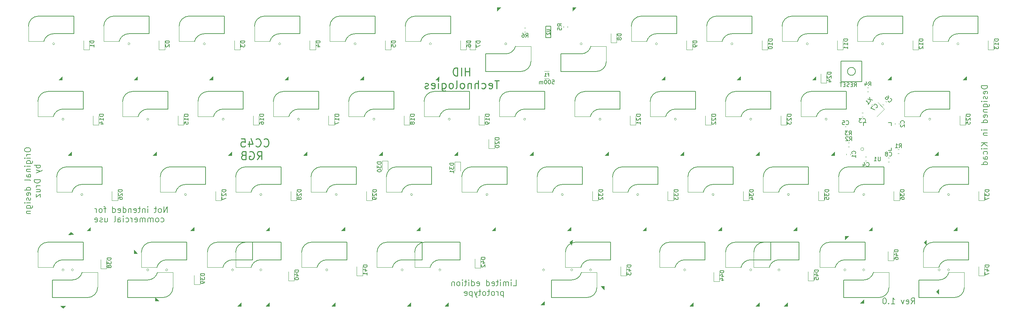
<source format=gbr>
G04 #@! TF.GenerationSoftware,KiCad,Pcbnew,(5.99.0-2043-g129c16cf7)*
G04 #@! TF.CreationDate,2020-07-05T22:33:02+02:00*
G04 #@! TF.ProjectId,CC45,43433435-2e6b-4696-9361-645f70636258,rev?*
G04 #@! TF.SameCoordinates,Original*
G04 #@! TF.FileFunction,Legend,Bot*
G04 #@! TF.FilePolarity,Positive*
%FSLAX46Y46*%
G04 Gerber Fmt 4.6, Leading zero omitted, Abs format (unit mm)*
G04 Created by KiCad (PCBNEW (5.99.0-2043-g129c16cf7)) date 2020-07-05 22:33:02*
%MOMM*%
%LPD*%
G01*
G04 APERTURE LIST*
%ADD10C,0.150000*%
%ADD11C,0.250000*%
%ADD12C,0.120000*%
%ADD13C,0.100000*%
%ADD14C,0.127000*%
G04 APERTURE END LIST*
D10*
X61931142Y-75772671D02*
X61931142Y-74272671D01*
X61074000Y-75772671D01*
X61074000Y-74272671D01*
X60145428Y-75772671D02*
X60288285Y-75701242D01*
X60359714Y-75629814D01*
X60431142Y-75486957D01*
X60431142Y-75058385D01*
X60359714Y-74915528D01*
X60288285Y-74844100D01*
X60145428Y-74772671D01*
X59931142Y-74772671D01*
X59788285Y-74844100D01*
X59716857Y-74915528D01*
X59645428Y-75058385D01*
X59645428Y-75486957D01*
X59716857Y-75629814D01*
X59788285Y-75701242D01*
X59931142Y-75772671D01*
X60145428Y-75772671D01*
X59216857Y-74772671D02*
X58645428Y-74772671D01*
X59002571Y-74272671D02*
X59002571Y-75558385D01*
X58931142Y-75701242D01*
X58788285Y-75772671D01*
X58645428Y-75772671D01*
X57002571Y-75772671D02*
X57002571Y-74772671D01*
X57002571Y-74272671D02*
X57073999Y-74344100D01*
X57002571Y-74415528D01*
X56931142Y-74344100D01*
X57002571Y-74272671D01*
X57002571Y-74415528D01*
X56288285Y-74772671D02*
X56288285Y-75772671D01*
X56288285Y-74915528D02*
X56216857Y-74844100D01*
X56073999Y-74772671D01*
X55859714Y-74772671D01*
X55716857Y-74844100D01*
X55645428Y-74986957D01*
X55645428Y-75772671D01*
X55145428Y-74772671D02*
X54573999Y-74772671D01*
X54931142Y-74272671D02*
X54931142Y-75558385D01*
X54859714Y-75701242D01*
X54716857Y-75772671D01*
X54573999Y-75772671D01*
X53502571Y-75701242D02*
X53645428Y-75772671D01*
X53931142Y-75772671D01*
X54074000Y-75701242D01*
X54145428Y-75558385D01*
X54145428Y-74986957D01*
X54074000Y-74844100D01*
X53931142Y-74772671D01*
X53645428Y-74772671D01*
X53502571Y-74844100D01*
X53431142Y-74986957D01*
X53431142Y-75129814D01*
X54145428Y-75272671D01*
X52788285Y-74772671D02*
X52788285Y-75772671D01*
X52788285Y-74915528D02*
X52716857Y-74844100D01*
X52574000Y-74772671D01*
X52359714Y-74772671D01*
X52216857Y-74844100D01*
X52145428Y-74986957D01*
X52145428Y-75772671D01*
X50788285Y-75772671D02*
X50788285Y-74272671D01*
X50788285Y-75701242D02*
X50931142Y-75772671D01*
X51216857Y-75772671D01*
X51359714Y-75701242D01*
X51431142Y-75629814D01*
X51502571Y-75486957D01*
X51502571Y-75058385D01*
X51431142Y-74915528D01*
X51359714Y-74844100D01*
X51216857Y-74772671D01*
X50931142Y-74772671D01*
X50788285Y-74844100D01*
X49502571Y-75701242D02*
X49645428Y-75772671D01*
X49931142Y-75772671D01*
X50074000Y-75701242D01*
X50145428Y-75558385D01*
X50145428Y-74986957D01*
X50074000Y-74844100D01*
X49931142Y-74772671D01*
X49645428Y-74772671D01*
X49502571Y-74844100D01*
X49431142Y-74986957D01*
X49431142Y-75129814D01*
X50145428Y-75272671D01*
X48145428Y-75772671D02*
X48145428Y-74272671D01*
X48145428Y-75701242D02*
X48288285Y-75772671D01*
X48574000Y-75772671D01*
X48716857Y-75701242D01*
X48788285Y-75629814D01*
X48859714Y-75486957D01*
X48859714Y-75058385D01*
X48788285Y-74915528D01*
X48716857Y-74844100D01*
X48574000Y-74772671D01*
X48288285Y-74772671D01*
X48145428Y-74844100D01*
X46502571Y-74772671D02*
X45931142Y-74772671D01*
X46288285Y-75772671D02*
X46288285Y-74486957D01*
X46216857Y-74344100D01*
X46074000Y-74272671D01*
X45931142Y-74272671D01*
X45216857Y-75772671D02*
X45359714Y-75701242D01*
X45431142Y-75629814D01*
X45502571Y-75486957D01*
X45502571Y-75058385D01*
X45431142Y-74915528D01*
X45359714Y-74844100D01*
X45216857Y-74772671D01*
X45002571Y-74772671D01*
X44859714Y-74844100D01*
X44788285Y-74915528D01*
X44716857Y-75058385D01*
X44716857Y-75486957D01*
X44788285Y-75629814D01*
X44859714Y-75701242D01*
X45002571Y-75772671D01*
X45216857Y-75772671D01*
X44074000Y-75772671D02*
X44074000Y-74772671D01*
X44074000Y-75058385D02*
X44002571Y-74915528D01*
X43931142Y-74844100D01*
X43788285Y-74772671D01*
X43645428Y-74772671D01*
X60324000Y-78116242D02*
X60466857Y-78187671D01*
X60752571Y-78187671D01*
X60895428Y-78116242D01*
X60966857Y-78044814D01*
X61038285Y-77901957D01*
X61038285Y-77473385D01*
X60966857Y-77330528D01*
X60895428Y-77259100D01*
X60752571Y-77187671D01*
X60466857Y-77187671D01*
X60324000Y-77259100D01*
X59466857Y-78187671D02*
X59609714Y-78116242D01*
X59681142Y-78044814D01*
X59752571Y-77901957D01*
X59752571Y-77473385D01*
X59681142Y-77330528D01*
X59609714Y-77259100D01*
X59466857Y-77187671D01*
X59252571Y-77187671D01*
X59109714Y-77259100D01*
X59038285Y-77330528D01*
X58966857Y-77473385D01*
X58966857Y-77901957D01*
X59038285Y-78044814D01*
X59109714Y-78116242D01*
X59252571Y-78187671D01*
X59466857Y-78187671D01*
X58324000Y-78187671D02*
X58324000Y-77187671D01*
X58324000Y-77330528D02*
X58252571Y-77259100D01*
X58109714Y-77187671D01*
X57895428Y-77187671D01*
X57752571Y-77259100D01*
X57681142Y-77401957D01*
X57681142Y-78187671D01*
X57681142Y-77401957D02*
X57609714Y-77259100D01*
X57466857Y-77187671D01*
X57252571Y-77187671D01*
X57109714Y-77259100D01*
X57038285Y-77401957D01*
X57038285Y-78187671D01*
X56324000Y-78187671D02*
X56324000Y-77187671D01*
X56324000Y-77330528D02*
X56252571Y-77259100D01*
X56109714Y-77187671D01*
X55895428Y-77187671D01*
X55752571Y-77259100D01*
X55681142Y-77401957D01*
X55681142Y-78187671D01*
X55681142Y-77401957D02*
X55609714Y-77259100D01*
X55466857Y-77187671D01*
X55252571Y-77187671D01*
X55109714Y-77259100D01*
X55038285Y-77401957D01*
X55038285Y-78187671D01*
X53752571Y-78116242D02*
X53895428Y-78187671D01*
X54181142Y-78187671D01*
X54324000Y-78116242D01*
X54395428Y-77973385D01*
X54395428Y-77401957D01*
X54324000Y-77259100D01*
X54181142Y-77187671D01*
X53895428Y-77187671D01*
X53752571Y-77259100D01*
X53681142Y-77401957D01*
X53681142Y-77544814D01*
X54395428Y-77687671D01*
X53038285Y-78187671D02*
X53038285Y-77187671D01*
X53038285Y-77473385D02*
X52966857Y-77330528D01*
X52895428Y-77259100D01*
X52752571Y-77187671D01*
X52609714Y-77187671D01*
X51466857Y-78116242D02*
X51609714Y-78187671D01*
X51895428Y-78187671D01*
X52038285Y-78116242D01*
X52109714Y-78044814D01*
X52181142Y-77901957D01*
X52181142Y-77473385D01*
X52109714Y-77330528D01*
X52038285Y-77259100D01*
X51895428Y-77187671D01*
X51609714Y-77187671D01*
X51466857Y-77259100D01*
X50824000Y-78187671D02*
X50824000Y-77187671D01*
X50824000Y-76687671D02*
X50895428Y-76759100D01*
X50824000Y-76830528D01*
X50752571Y-76759100D01*
X50824000Y-76687671D01*
X50824000Y-76830528D01*
X49466857Y-78187671D02*
X49466857Y-77401957D01*
X49538285Y-77259100D01*
X49681142Y-77187671D01*
X49966857Y-77187671D01*
X50109714Y-77259100D01*
X49466857Y-78116242D02*
X49609714Y-78187671D01*
X49966857Y-78187671D01*
X50109714Y-78116242D01*
X50181142Y-77973385D01*
X50181142Y-77830528D01*
X50109714Y-77687671D01*
X49966857Y-77616242D01*
X49609714Y-77616242D01*
X49466857Y-77544814D01*
X48538285Y-78187671D02*
X48681142Y-78116242D01*
X48752571Y-77973385D01*
X48752571Y-76687671D01*
X46181142Y-77187671D02*
X46181142Y-78187671D01*
X46824000Y-77187671D02*
X46824000Y-77973385D01*
X46752571Y-78116242D01*
X46609714Y-78187671D01*
X46395428Y-78187671D01*
X46252571Y-78116242D01*
X46181142Y-78044814D01*
X45538285Y-78116242D02*
X45395428Y-78187671D01*
X45109714Y-78187671D01*
X44966857Y-78116242D01*
X44895428Y-77973385D01*
X44895428Y-77901957D01*
X44966857Y-77759100D01*
X45109714Y-77687671D01*
X45324000Y-77687671D01*
X45466857Y-77616242D01*
X45538285Y-77473385D01*
X45538285Y-77401957D01*
X45466857Y-77259100D01*
X45324000Y-77187671D01*
X45109714Y-77187671D01*
X44966857Y-77259100D01*
X43681142Y-78116242D02*
X43824000Y-78187671D01*
X44109714Y-78187671D01*
X44252571Y-78116242D01*
X44324000Y-77973385D01*
X44324000Y-77401957D01*
X44252571Y-77259100D01*
X44109714Y-77187671D01*
X43824000Y-77187671D01*
X43681142Y-77259100D01*
X43609714Y-77401957D01*
X43609714Y-77544814D01*
X44324000Y-77687671D01*
X149124857Y-94263871D02*
X149839142Y-94263871D01*
X149839142Y-92763871D01*
X148624857Y-94263871D02*
X148624857Y-93263871D01*
X148624857Y-92763871D02*
X148696285Y-92835300D01*
X148624857Y-92906728D01*
X148553428Y-92835300D01*
X148624857Y-92763871D01*
X148624857Y-92906728D01*
X147910571Y-94263871D02*
X147910571Y-93263871D01*
X147910571Y-93406728D02*
X147839142Y-93335300D01*
X147696285Y-93263871D01*
X147482000Y-93263871D01*
X147339142Y-93335300D01*
X147267714Y-93478157D01*
X147267714Y-94263871D01*
X147267714Y-93478157D02*
X147196285Y-93335300D01*
X147053428Y-93263871D01*
X146839142Y-93263871D01*
X146696285Y-93335300D01*
X146624857Y-93478157D01*
X146624857Y-94263871D01*
X145910571Y-94263871D02*
X145910571Y-93263871D01*
X145910571Y-92763871D02*
X145982000Y-92835300D01*
X145910571Y-92906728D01*
X145839142Y-92835300D01*
X145910571Y-92763871D01*
X145910571Y-92906728D01*
X145410571Y-93263871D02*
X144839142Y-93263871D01*
X145196285Y-92763871D02*
X145196285Y-94049585D01*
X145124857Y-94192442D01*
X144982000Y-94263871D01*
X144839142Y-94263871D01*
X143767714Y-94192442D02*
X143910571Y-94263871D01*
X144196285Y-94263871D01*
X144339142Y-94192442D01*
X144410571Y-94049585D01*
X144410571Y-93478157D01*
X144339142Y-93335300D01*
X144196285Y-93263871D01*
X143910571Y-93263871D01*
X143767714Y-93335300D01*
X143696285Y-93478157D01*
X143696285Y-93621014D01*
X144410571Y-93763871D01*
X142410571Y-94263871D02*
X142410571Y-92763871D01*
X142410571Y-94192442D02*
X142553428Y-94263871D01*
X142839142Y-94263871D01*
X142982000Y-94192442D01*
X143053428Y-94121014D01*
X143124857Y-93978157D01*
X143124857Y-93549585D01*
X143053428Y-93406728D01*
X142982000Y-93335300D01*
X142839142Y-93263871D01*
X142553428Y-93263871D01*
X142410571Y-93335300D01*
X139982000Y-94192442D02*
X140124857Y-94263871D01*
X140410571Y-94263871D01*
X140553428Y-94192442D01*
X140624857Y-94049585D01*
X140624857Y-93478157D01*
X140553428Y-93335300D01*
X140410571Y-93263871D01*
X140124857Y-93263871D01*
X139982000Y-93335300D01*
X139910571Y-93478157D01*
X139910571Y-93621014D01*
X140624857Y-93763871D01*
X138624857Y-94263871D02*
X138624857Y-92763871D01*
X138624857Y-94192442D02*
X138767714Y-94263871D01*
X139053428Y-94263871D01*
X139196285Y-94192442D01*
X139267714Y-94121014D01*
X139339142Y-93978157D01*
X139339142Y-93549585D01*
X139267714Y-93406728D01*
X139196285Y-93335300D01*
X139053428Y-93263871D01*
X138767714Y-93263871D01*
X138624857Y-93335300D01*
X137910571Y-94263871D02*
X137910571Y-93263871D01*
X137910571Y-92763871D02*
X137982000Y-92835300D01*
X137910571Y-92906728D01*
X137839142Y-92835300D01*
X137910571Y-92763871D01*
X137910571Y-92906728D01*
X137410571Y-93263871D02*
X136839142Y-93263871D01*
X137196285Y-92763871D02*
X137196285Y-94049585D01*
X137124857Y-94192442D01*
X136982000Y-94263871D01*
X136839142Y-94263871D01*
X136339142Y-94263871D02*
X136339142Y-93263871D01*
X136339142Y-92763871D02*
X136410571Y-92835300D01*
X136339142Y-92906728D01*
X136267714Y-92835300D01*
X136339142Y-92763871D01*
X136339142Y-92906728D01*
X135410571Y-94263871D02*
X135553428Y-94192442D01*
X135624857Y-94121014D01*
X135696285Y-93978157D01*
X135696285Y-93549585D01*
X135624857Y-93406728D01*
X135553428Y-93335300D01*
X135410571Y-93263871D01*
X135196285Y-93263871D01*
X135053428Y-93335300D01*
X134982000Y-93406728D01*
X134910571Y-93549585D01*
X134910571Y-93978157D01*
X134982000Y-94121014D01*
X135053428Y-94192442D01*
X135196285Y-94263871D01*
X135410571Y-94263871D01*
X134267714Y-93263871D02*
X134267714Y-94263871D01*
X134267714Y-93406728D02*
X134196285Y-93335300D01*
X134053428Y-93263871D01*
X133839142Y-93263871D01*
X133696285Y-93335300D01*
X133624857Y-93478157D01*
X133624857Y-94263871D01*
X146624857Y-95678871D02*
X146624857Y-97178871D01*
X146624857Y-95750300D02*
X146482000Y-95678871D01*
X146196285Y-95678871D01*
X146053428Y-95750300D01*
X145982000Y-95821728D01*
X145910571Y-95964585D01*
X145910571Y-96393157D01*
X145982000Y-96536014D01*
X146053428Y-96607442D01*
X146196285Y-96678871D01*
X146482000Y-96678871D01*
X146624857Y-96607442D01*
X145267714Y-96678871D02*
X145267714Y-95678871D01*
X145267714Y-95964585D02*
X145196285Y-95821728D01*
X145124857Y-95750300D01*
X144982000Y-95678871D01*
X144839142Y-95678871D01*
X144124857Y-96678871D02*
X144267714Y-96607442D01*
X144339142Y-96536014D01*
X144410571Y-96393157D01*
X144410571Y-95964585D01*
X144339142Y-95821728D01*
X144267714Y-95750300D01*
X144124857Y-95678871D01*
X143910571Y-95678871D01*
X143767714Y-95750300D01*
X143696285Y-95821728D01*
X143624857Y-95964585D01*
X143624857Y-96393157D01*
X143696285Y-96536014D01*
X143767714Y-96607442D01*
X143910571Y-96678871D01*
X144124857Y-96678871D01*
X143196285Y-95678871D02*
X142624857Y-95678871D01*
X142982000Y-95178871D02*
X142982000Y-96464585D01*
X142910571Y-96607442D01*
X142767714Y-96678871D01*
X142624857Y-96678871D01*
X141910571Y-96678871D02*
X142053428Y-96607442D01*
X142124857Y-96536014D01*
X142196285Y-96393157D01*
X142196285Y-95964585D01*
X142124857Y-95821728D01*
X142053428Y-95750300D01*
X141910571Y-95678871D01*
X141696285Y-95678871D01*
X141553428Y-95750300D01*
X141482000Y-95821728D01*
X141410571Y-95964585D01*
X141410571Y-96393157D01*
X141482000Y-96536014D01*
X141553428Y-96607442D01*
X141696285Y-96678871D01*
X141910571Y-96678871D01*
X140982000Y-95678871D02*
X140410571Y-95678871D01*
X140767714Y-95178871D02*
X140767714Y-96464585D01*
X140696285Y-96607442D01*
X140553428Y-96678871D01*
X140410571Y-96678871D01*
X140053428Y-95678871D02*
X139696285Y-96678871D01*
X139339142Y-95678871D02*
X139696285Y-96678871D01*
X139839142Y-97036014D01*
X139910571Y-97107442D01*
X140053428Y-97178871D01*
X138767714Y-95678871D02*
X138767714Y-97178871D01*
X138767714Y-95750300D02*
X138624857Y-95678871D01*
X138339142Y-95678871D01*
X138196285Y-95750300D01*
X138124857Y-95821728D01*
X138053428Y-95964585D01*
X138053428Y-96393157D01*
X138124857Y-96536014D01*
X138196285Y-96607442D01*
X138339142Y-96678871D01*
X138624857Y-96678871D01*
X138767714Y-96607442D01*
X136839142Y-96607442D02*
X136982000Y-96678871D01*
X137267714Y-96678871D01*
X137410571Y-96607442D01*
X137482000Y-96464585D01*
X137482000Y-95893157D01*
X137410571Y-95750300D01*
X137267714Y-95678871D01*
X136982000Y-95678871D01*
X136839142Y-95750300D01*
X136767714Y-95893157D01*
X136767714Y-96036014D01*
X137482000Y-96178871D01*
X25961871Y-59853714D02*
X25961871Y-60139428D01*
X26033300Y-60282285D01*
X26176157Y-60425142D01*
X26461871Y-60496571D01*
X26961871Y-60496571D01*
X27247585Y-60425142D01*
X27390442Y-60282285D01*
X27461871Y-60139428D01*
X27461871Y-59853714D01*
X27390442Y-59710857D01*
X27247585Y-59568000D01*
X26961871Y-59496571D01*
X26461871Y-59496571D01*
X26176157Y-59568000D01*
X26033300Y-59710857D01*
X25961871Y-59853714D01*
X27461871Y-61139428D02*
X26461871Y-61139428D01*
X26747585Y-61139428D02*
X26604728Y-61210857D01*
X26533300Y-61282285D01*
X26461871Y-61425142D01*
X26461871Y-61568000D01*
X27461871Y-62068000D02*
X26461871Y-62068000D01*
X25961871Y-62068000D02*
X26033300Y-61996571D01*
X26104728Y-62068000D01*
X26033300Y-62139428D01*
X25961871Y-62068000D01*
X26104728Y-62068000D01*
X26461871Y-63425142D02*
X27676157Y-63425142D01*
X27819014Y-63353714D01*
X27890442Y-63282285D01*
X27961871Y-63139428D01*
X27961871Y-62925142D01*
X27890442Y-62782285D01*
X27390442Y-63425142D02*
X27461871Y-63282285D01*
X27461871Y-62996571D01*
X27390442Y-62853714D01*
X27319014Y-62782285D01*
X27176157Y-62710857D01*
X26747585Y-62710857D01*
X26604728Y-62782285D01*
X26533300Y-62853714D01*
X26461871Y-62996571D01*
X26461871Y-63282285D01*
X26533300Y-63425142D01*
X27461871Y-64139428D02*
X26461871Y-64139428D01*
X25961871Y-64139428D02*
X26033300Y-64068000D01*
X26104728Y-64139428D01*
X26033300Y-64210857D01*
X25961871Y-64139428D01*
X26104728Y-64139428D01*
X26461871Y-64853714D02*
X27461871Y-64853714D01*
X26604728Y-64853714D02*
X26533300Y-64925142D01*
X26461871Y-65068000D01*
X26461871Y-65282285D01*
X26533300Y-65425142D01*
X26676157Y-65496571D01*
X27461871Y-65496571D01*
X27461871Y-66853714D02*
X26676157Y-66853714D01*
X26533300Y-66782285D01*
X26461871Y-66639428D01*
X26461871Y-66353714D01*
X26533300Y-66210857D01*
X27390442Y-66853714D02*
X27461871Y-66710857D01*
X27461871Y-66353714D01*
X27390442Y-66210857D01*
X27247585Y-66139428D01*
X27104728Y-66139428D01*
X26961871Y-66210857D01*
X26890442Y-66353714D01*
X26890442Y-66710857D01*
X26819014Y-66853714D01*
X27461871Y-67782285D02*
X27390442Y-67639428D01*
X27247585Y-67568000D01*
X25961871Y-67568000D01*
X27461871Y-70139428D02*
X25961871Y-70139428D01*
X27390442Y-70139428D02*
X27461871Y-69996571D01*
X27461871Y-69710857D01*
X27390442Y-69568000D01*
X27319014Y-69496571D01*
X27176157Y-69425142D01*
X26747585Y-69425142D01*
X26604728Y-69496571D01*
X26533300Y-69568000D01*
X26461871Y-69710857D01*
X26461871Y-69996571D01*
X26533300Y-70139428D01*
X27390442Y-71425142D02*
X27461871Y-71282285D01*
X27461871Y-70996571D01*
X27390442Y-70853714D01*
X27247585Y-70782285D01*
X26676157Y-70782285D01*
X26533300Y-70853714D01*
X26461871Y-70996571D01*
X26461871Y-71282285D01*
X26533300Y-71425142D01*
X26676157Y-71496571D01*
X26819014Y-71496571D01*
X26961871Y-70782285D01*
X27390442Y-72068000D02*
X27461871Y-72210857D01*
X27461871Y-72496571D01*
X27390442Y-72639428D01*
X27247585Y-72710857D01*
X27176157Y-72710857D01*
X27033300Y-72639428D01*
X26961871Y-72496571D01*
X26961871Y-72282285D01*
X26890442Y-72139428D01*
X26747585Y-72068000D01*
X26676157Y-72068000D01*
X26533300Y-72139428D01*
X26461871Y-72282285D01*
X26461871Y-72496571D01*
X26533300Y-72639428D01*
X27461871Y-73353714D02*
X26461871Y-73353714D01*
X25961871Y-73353714D02*
X26033300Y-73282285D01*
X26104728Y-73353714D01*
X26033300Y-73425142D01*
X25961871Y-73353714D01*
X26104728Y-73353714D01*
X26461871Y-74710857D02*
X27676157Y-74710857D01*
X27819014Y-74639428D01*
X27890442Y-74568000D01*
X27961871Y-74425142D01*
X27961871Y-74210857D01*
X27890442Y-74068000D01*
X27390442Y-74710857D02*
X27461871Y-74568000D01*
X27461871Y-74282285D01*
X27390442Y-74139428D01*
X27319014Y-74068000D01*
X27176157Y-73996571D01*
X26747585Y-73996571D01*
X26604728Y-74068000D01*
X26533300Y-74139428D01*
X26461871Y-74282285D01*
X26461871Y-74568000D01*
X26533300Y-74710857D01*
X26461871Y-75425142D02*
X27461871Y-75425142D01*
X26604728Y-75425142D02*
X26533300Y-75496571D01*
X26461871Y-75639428D01*
X26461871Y-75853714D01*
X26533300Y-75996571D01*
X26676157Y-76068000D01*
X27461871Y-76068000D01*
X29876871Y-63853714D02*
X28376871Y-63853714D01*
X28948300Y-63853714D02*
X28876871Y-63996571D01*
X28876871Y-64282285D01*
X28948300Y-64425142D01*
X29019728Y-64496571D01*
X29162585Y-64568000D01*
X29591157Y-64568000D01*
X29734014Y-64496571D01*
X29805442Y-64425142D01*
X29876871Y-64282285D01*
X29876871Y-63996571D01*
X29805442Y-63853714D01*
X28876871Y-65068000D02*
X29876871Y-65425142D01*
X28876871Y-65782285D02*
X29876871Y-65425142D01*
X30234014Y-65282285D01*
X30305442Y-65210857D01*
X30376871Y-65068000D01*
X29876871Y-67496571D02*
X28376871Y-67496571D01*
X28376871Y-67853714D01*
X28448300Y-68068000D01*
X28591157Y-68210857D01*
X28734014Y-68282285D01*
X29019728Y-68353714D01*
X29234014Y-68353714D01*
X29519728Y-68282285D01*
X29662585Y-68210857D01*
X29805442Y-68068000D01*
X29876871Y-67853714D01*
X29876871Y-67496571D01*
X29876871Y-68996571D02*
X28876871Y-68996571D01*
X29162585Y-68996571D02*
X29019728Y-69068000D01*
X28948300Y-69139428D01*
X28876871Y-69282285D01*
X28876871Y-69425142D01*
X28876871Y-70568000D02*
X29876871Y-70568000D01*
X28876871Y-69925142D02*
X29662585Y-69925142D01*
X29805442Y-69996571D01*
X29876871Y-70139428D01*
X29876871Y-70353714D01*
X29805442Y-70496571D01*
X29734014Y-70568000D01*
X28876871Y-71139428D02*
X28876871Y-71925142D01*
X29876871Y-71139428D01*
X29876871Y-71925142D01*
X249436342Y-98824171D02*
X249936342Y-98109885D01*
X250293485Y-98824171D02*
X250293485Y-97324171D01*
X249722057Y-97324171D01*
X249579200Y-97395600D01*
X249507771Y-97467028D01*
X249436342Y-97609885D01*
X249436342Y-97824171D01*
X249507771Y-97967028D01*
X249579200Y-98038457D01*
X249722057Y-98109885D01*
X250293485Y-98109885D01*
X248222057Y-98752742D02*
X248364914Y-98824171D01*
X248650628Y-98824171D01*
X248793485Y-98752742D01*
X248864914Y-98609885D01*
X248864914Y-98038457D01*
X248793485Y-97895600D01*
X248650628Y-97824171D01*
X248364914Y-97824171D01*
X248222057Y-97895600D01*
X248150628Y-98038457D01*
X248150628Y-98181314D01*
X248864914Y-98324171D01*
X247650628Y-97824171D02*
X247293485Y-98824171D01*
X246936342Y-97824171D01*
X244436342Y-98824171D02*
X245293485Y-98824171D01*
X244864914Y-98824171D02*
X244864914Y-97324171D01*
X245007771Y-97538457D01*
X245150628Y-97681314D01*
X245293485Y-97752742D01*
X243793485Y-98681314D02*
X243722057Y-98752742D01*
X243793485Y-98824171D01*
X243864914Y-98752742D01*
X243793485Y-98681314D01*
X243793485Y-98824171D01*
X242793485Y-97324171D02*
X242650628Y-97324171D01*
X242507771Y-97395600D01*
X242436342Y-97467028D01*
X242364914Y-97609885D01*
X242293485Y-97895600D01*
X242293485Y-98252742D01*
X242364914Y-98538457D01*
X242436342Y-98681314D01*
X242507771Y-98752742D01*
X242650628Y-98824171D01*
X242793485Y-98824171D01*
X242936342Y-98752742D01*
X243007771Y-98681314D01*
X243079200Y-98538457D01*
X243150628Y-98252742D01*
X243150628Y-97895600D01*
X243079200Y-97609885D01*
X243007771Y-97467028D01*
X242936342Y-97395600D01*
X242793485Y-97324171D01*
X268648571Y-43782114D02*
X267148571Y-43782114D01*
X267148571Y-44139257D01*
X267220000Y-44353542D01*
X267362857Y-44496400D01*
X267505714Y-44567828D01*
X267791428Y-44639257D01*
X268005714Y-44639257D01*
X268291428Y-44567828D01*
X268434285Y-44496400D01*
X268577142Y-44353542D01*
X268648571Y-44139257D01*
X268648571Y-43782114D01*
X268577142Y-45853542D02*
X268648571Y-45710685D01*
X268648571Y-45424971D01*
X268577142Y-45282114D01*
X268434285Y-45210685D01*
X267862857Y-45210685D01*
X267720000Y-45282114D01*
X267648571Y-45424971D01*
X267648571Y-45710685D01*
X267720000Y-45853542D01*
X267862857Y-45924971D01*
X268005714Y-45924971D01*
X268148571Y-45210685D01*
X268577142Y-46496400D02*
X268648571Y-46639257D01*
X268648571Y-46924971D01*
X268577142Y-47067828D01*
X268434285Y-47139257D01*
X268362857Y-47139257D01*
X268220000Y-47067828D01*
X268148571Y-46924971D01*
X268148571Y-46710685D01*
X268077142Y-46567828D01*
X267934285Y-46496400D01*
X267862857Y-46496400D01*
X267720000Y-46567828D01*
X267648571Y-46710685D01*
X267648571Y-46924971D01*
X267720000Y-47067828D01*
X268648571Y-47782114D02*
X267648571Y-47782114D01*
X267148571Y-47782114D02*
X267220000Y-47710685D01*
X267291428Y-47782114D01*
X267220000Y-47853542D01*
X267148571Y-47782114D01*
X267291428Y-47782114D01*
X267648571Y-49139257D02*
X268862857Y-49139257D01*
X269005714Y-49067828D01*
X269077142Y-48996400D01*
X269148571Y-48853542D01*
X269148571Y-48639257D01*
X269077142Y-48496400D01*
X268577142Y-49139257D02*
X268648571Y-48996400D01*
X268648571Y-48710685D01*
X268577142Y-48567828D01*
X268505714Y-48496400D01*
X268362857Y-48424971D01*
X267934285Y-48424971D01*
X267791428Y-48496400D01*
X267720000Y-48567828D01*
X267648571Y-48710685D01*
X267648571Y-48996400D01*
X267720000Y-49139257D01*
X267648571Y-49853542D02*
X268648571Y-49853542D01*
X267791428Y-49853542D02*
X267720000Y-49924971D01*
X267648571Y-50067828D01*
X267648571Y-50282114D01*
X267720000Y-50424971D01*
X267862857Y-50496400D01*
X268648571Y-50496400D01*
X268577142Y-51782114D02*
X268648571Y-51639257D01*
X268648571Y-51353542D01*
X268577142Y-51210685D01*
X268434285Y-51139257D01*
X267862857Y-51139257D01*
X267720000Y-51210685D01*
X267648571Y-51353542D01*
X267648571Y-51639257D01*
X267720000Y-51782114D01*
X267862857Y-51853542D01*
X268005714Y-51853542D01*
X268148571Y-51139257D01*
X268648571Y-53139257D02*
X267148571Y-53139257D01*
X268577142Y-53139257D02*
X268648571Y-52996400D01*
X268648571Y-52710685D01*
X268577142Y-52567828D01*
X268505714Y-52496400D01*
X268362857Y-52424971D01*
X267934285Y-52424971D01*
X267791428Y-52496400D01*
X267720000Y-52567828D01*
X267648571Y-52710685D01*
X267648571Y-52996400D01*
X267720000Y-53139257D01*
X268648571Y-54996400D02*
X267648571Y-54996400D01*
X267148571Y-54996400D02*
X267220000Y-54924971D01*
X267291428Y-54996400D01*
X267220000Y-55067828D01*
X267148571Y-54996400D01*
X267291428Y-54996400D01*
X267648571Y-55710685D02*
X268648571Y-55710685D01*
X267791428Y-55710685D02*
X267720000Y-55782114D01*
X267648571Y-55924971D01*
X267648571Y-56139257D01*
X267720000Y-56282114D01*
X267862857Y-56353542D01*
X268648571Y-56353542D01*
X268648571Y-58210685D02*
X267148571Y-58210685D01*
X268648571Y-59067828D02*
X267791428Y-58424971D01*
X267148571Y-59067828D02*
X268005714Y-58210685D01*
X268648571Y-59710685D02*
X267648571Y-59710685D01*
X267148571Y-59710685D02*
X267220000Y-59639257D01*
X267291428Y-59710685D01*
X267220000Y-59782114D01*
X267148571Y-59710685D01*
X267291428Y-59710685D01*
X268577142Y-61067828D02*
X268648571Y-60924971D01*
X268648571Y-60639257D01*
X268577142Y-60496400D01*
X268505714Y-60424971D01*
X268362857Y-60353542D01*
X267934285Y-60353542D01*
X267791428Y-60424971D01*
X267720000Y-60496400D01*
X267648571Y-60639257D01*
X267648571Y-60924971D01*
X267720000Y-61067828D01*
X268648571Y-62353542D02*
X267862857Y-62353542D01*
X267720000Y-62282114D01*
X267648571Y-62139257D01*
X267648571Y-61853542D01*
X267720000Y-61710685D01*
X268577142Y-62353542D02*
X268648571Y-62210685D01*
X268648571Y-61853542D01*
X268577142Y-61710685D01*
X268434285Y-61639257D01*
X268291428Y-61639257D01*
X268148571Y-61710685D01*
X268077142Y-61853542D01*
X268077142Y-62210685D01*
X268005714Y-62353542D01*
X268648571Y-63710685D02*
X267148571Y-63710685D01*
X268577142Y-63710685D02*
X268648571Y-63567828D01*
X268648571Y-63282114D01*
X268577142Y-63139257D01*
X268505714Y-63067828D01*
X268362857Y-62996400D01*
X267934285Y-62996400D01*
X267791428Y-63067828D01*
X267720000Y-63139257D01*
X267648571Y-63282114D01*
X267648571Y-63567828D01*
X267720000Y-63710685D01*
D11*
X86258019Y-58997485D02*
X86353257Y-59092723D01*
X86638971Y-59187961D01*
X86829447Y-59187961D01*
X87115161Y-59092723D01*
X87305638Y-58902247D01*
X87400876Y-58711771D01*
X87496114Y-58330819D01*
X87496114Y-58045104D01*
X87400876Y-57664152D01*
X87305638Y-57473676D01*
X87115161Y-57283200D01*
X86829447Y-57187961D01*
X86638971Y-57187961D01*
X86353257Y-57283200D01*
X86258019Y-57378438D01*
X84258019Y-58997485D02*
X84353257Y-59092723D01*
X84638971Y-59187961D01*
X84829447Y-59187961D01*
X85115161Y-59092723D01*
X85305638Y-58902247D01*
X85400876Y-58711771D01*
X85496114Y-58330819D01*
X85496114Y-58045104D01*
X85400876Y-57664152D01*
X85305638Y-57473676D01*
X85115161Y-57283200D01*
X84829447Y-57187961D01*
X84638971Y-57187961D01*
X84353257Y-57283200D01*
X84258019Y-57378438D01*
X82543733Y-57854628D02*
X82543733Y-59187961D01*
X83019923Y-57092723D02*
X83496114Y-58521295D01*
X82258019Y-58521295D01*
X80543733Y-57187961D02*
X81496114Y-57187961D01*
X81591352Y-58140342D01*
X81496114Y-58045104D01*
X81305638Y-57949866D01*
X80829447Y-57949866D01*
X80638971Y-58045104D01*
X80543733Y-58140342D01*
X80448495Y-58330819D01*
X80448495Y-58807009D01*
X80543733Y-58997485D01*
X80638971Y-59092723D01*
X80829447Y-59187961D01*
X81305638Y-59187961D01*
X81496114Y-59092723D01*
X81591352Y-58997485D01*
X84591352Y-62407961D02*
X85258019Y-61455580D01*
X85734209Y-62407961D02*
X85734209Y-60407961D01*
X84972304Y-60407961D01*
X84781828Y-60503200D01*
X84686590Y-60598438D01*
X84591352Y-60788914D01*
X84591352Y-61074628D01*
X84686590Y-61265104D01*
X84781828Y-61360342D01*
X84972304Y-61455580D01*
X85734209Y-61455580D01*
X82686590Y-60503200D02*
X82877066Y-60407961D01*
X83162780Y-60407961D01*
X83448495Y-60503200D01*
X83638971Y-60693676D01*
X83734209Y-60884152D01*
X83829447Y-61265104D01*
X83829447Y-61550819D01*
X83734209Y-61931771D01*
X83638971Y-62122247D01*
X83448495Y-62312723D01*
X83162780Y-62407961D01*
X82972304Y-62407961D01*
X82686590Y-62312723D01*
X82591352Y-62217485D01*
X82591352Y-61550819D01*
X82972304Y-61550819D01*
X81067542Y-61360342D02*
X80781828Y-61455580D01*
X80686590Y-61550819D01*
X80591352Y-61741295D01*
X80591352Y-62027009D01*
X80686590Y-62217485D01*
X80781828Y-62312723D01*
X80972304Y-62407961D01*
X81734209Y-62407961D01*
X81734209Y-60407961D01*
X81067542Y-60407961D01*
X80877066Y-60503200D01*
X80781828Y-60598438D01*
X80686590Y-60788914D01*
X80686590Y-60979390D01*
X80781828Y-61169866D01*
X80877066Y-61265104D01*
X81067542Y-61360342D01*
X81734209Y-61360342D01*
X138140819Y-41306361D02*
X138140819Y-39306361D01*
X138140819Y-40258742D02*
X136997961Y-40258742D01*
X136997961Y-41306361D02*
X136997961Y-39306361D01*
X136045580Y-41306361D02*
X136045580Y-39306361D01*
X135093200Y-41306361D02*
X135093200Y-39306361D01*
X134617009Y-39306361D01*
X134331295Y-39401600D01*
X134140819Y-39592076D01*
X134045580Y-39782552D01*
X133950342Y-40163504D01*
X133950342Y-40449219D01*
X134045580Y-40830171D01*
X134140819Y-41020647D01*
X134331295Y-41211123D01*
X134617009Y-41306361D01*
X135093200Y-41306361D01*
X145569390Y-42526361D02*
X144426533Y-42526361D01*
X144997961Y-44526361D02*
X144997961Y-42526361D01*
X142997961Y-44431123D02*
X143188438Y-44526361D01*
X143569390Y-44526361D01*
X143759866Y-44431123D01*
X143855104Y-44240647D01*
X143855104Y-43478742D01*
X143759866Y-43288266D01*
X143569390Y-43193028D01*
X143188438Y-43193028D01*
X142997961Y-43288266D01*
X142902723Y-43478742D01*
X142902723Y-43669219D01*
X143855104Y-43859695D01*
X141188438Y-44431123D02*
X141378914Y-44526361D01*
X141759866Y-44526361D01*
X141950342Y-44431123D01*
X142045580Y-44335885D01*
X142140819Y-44145409D01*
X142140819Y-43573980D01*
X142045580Y-43383504D01*
X141950342Y-43288266D01*
X141759866Y-43193028D01*
X141378914Y-43193028D01*
X141188438Y-43288266D01*
X140331295Y-44526361D02*
X140331295Y-42526361D01*
X139474152Y-44526361D02*
X139474152Y-43478742D01*
X139569390Y-43288266D01*
X139759866Y-43193028D01*
X140045580Y-43193028D01*
X140236057Y-43288266D01*
X140331295Y-43383504D01*
X138521771Y-43193028D02*
X138521771Y-44526361D01*
X138521771Y-43383504D02*
X138426533Y-43288266D01*
X138236057Y-43193028D01*
X137950342Y-43193028D01*
X137759866Y-43288266D01*
X137664628Y-43478742D01*
X137664628Y-44526361D01*
X136426533Y-44526361D02*
X136617009Y-44431123D01*
X136712247Y-44335885D01*
X136807485Y-44145409D01*
X136807485Y-43573980D01*
X136712247Y-43383504D01*
X136617009Y-43288266D01*
X136426533Y-43193028D01*
X136140819Y-43193028D01*
X135950342Y-43288266D01*
X135855104Y-43383504D01*
X135759866Y-43573980D01*
X135759866Y-44145409D01*
X135855104Y-44335885D01*
X135950342Y-44431123D01*
X136140819Y-44526361D01*
X136426533Y-44526361D01*
X134617009Y-44526361D02*
X134807485Y-44431123D01*
X134902723Y-44240647D01*
X134902723Y-42526361D01*
X133569390Y-44526361D02*
X133759866Y-44431123D01*
X133855104Y-44335885D01*
X133950342Y-44145409D01*
X133950342Y-43573980D01*
X133855104Y-43383504D01*
X133759866Y-43288266D01*
X133569390Y-43193028D01*
X133283676Y-43193028D01*
X133093200Y-43288266D01*
X132997961Y-43383504D01*
X132902723Y-43573980D01*
X132902723Y-44145409D01*
X132997961Y-44335885D01*
X133093200Y-44431123D01*
X133283676Y-44526361D01*
X133569390Y-44526361D01*
X131188438Y-43193028D02*
X131188438Y-44812076D01*
X131283676Y-45002552D01*
X131378914Y-45097790D01*
X131569390Y-45193028D01*
X131855104Y-45193028D01*
X132045580Y-45097790D01*
X131188438Y-44431123D02*
X131378914Y-44526361D01*
X131759866Y-44526361D01*
X131950342Y-44431123D01*
X132045580Y-44335885D01*
X132140819Y-44145409D01*
X132140819Y-43573980D01*
X132045580Y-43383504D01*
X131950342Y-43288266D01*
X131759866Y-43193028D01*
X131378914Y-43193028D01*
X131188438Y-43288266D01*
X130236057Y-44526361D02*
X130236057Y-43193028D01*
X130236057Y-42526361D02*
X130331295Y-42621600D01*
X130236057Y-42716838D01*
X130140819Y-42621600D01*
X130236057Y-42526361D01*
X130236057Y-42716838D01*
X128521771Y-44431123D02*
X128712247Y-44526361D01*
X129093200Y-44526361D01*
X129283676Y-44431123D01*
X129378914Y-44240647D01*
X129378914Y-43478742D01*
X129283676Y-43288266D01*
X129093200Y-43193028D01*
X128712247Y-43193028D01*
X128521771Y-43288266D01*
X128426533Y-43478742D01*
X128426533Y-43669219D01*
X129378914Y-43859695D01*
X127664628Y-44431123D02*
X127474152Y-44526361D01*
X127093200Y-44526361D01*
X126902723Y-44431123D01*
X126807485Y-44240647D01*
X126807485Y-44145409D01*
X126902723Y-43954933D01*
X127093200Y-43859695D01*
X127378914Y-43859695D01*
X127569390Y-43764457D01*
X127664628Y-43573980D01*
X127664628Y-43478742D01*
X127569390Y-43288266D01*
X127378914Y-43193028D01*
X127093200Y-43193028D01*
X126902723Y-43288266D01*
D10*
X43444880Y-32511904D02*
X42444880Y-32511904D01*
X42444880Y-32750000D01*
X42492500Y-32892857D01*
X42587738Y-32988095D01*
X42682976Y-33035714D01*
X42873452Y-33083333D01*
X43016309Y-33083333D01*
X43206785Y-33035714D01*
X43302023Y-32988095D01*
X43397261Y-32892857D01*
X43444880Y-32750000D01*
X43444880Y-32511904D01*
X43444880Y-34035714D02*
X43444880Y-33464285D01*
X43444880Y-33750000D02*
X42444880Y-33750000D01*
X42587738Y-33654761D01*
X42682976Y-33559523D01*
X42730595Y-33464285D01*
X62444880Y-32511904D02*
X61444880Y-32511904D01*
X61444880Y-32750000D01*
X61492500Y-32892857D01*
X61587738Y-32988095D01*
X61682976Y-33035714D01*
X61873452Y-33083333D01*
X62016309Y-33083333D01*
X62206785Y-33035714D01*
X62302023Y-32988095D01*
X62397261Y-32892857D01*
X62444880Y-32750000D01*
X62444880Y-32511904D01*
X61540119Y-33464285D02*
X61492500Y-33511904D01*
X61444880Y-33607142D01*
X61444880Y-33845238D01*
X61492500Y-33940476D01*
X61540119Y-33988095D01*
X61635357Y-34035714D01*
X61730595Y-34035714D01*
X61873452Y-33988095D01*
X62444880Y-33416666D01*
X62444880Y-34035714D01*
X81444880Y-32511904D02*
X80444880Y-32511904D01*
X80444880Y-32750000D01*
X80492500Y-32892857D01*
X80587738Y-32988095D01*
X80682976Y-33035714D01*
X80873452Y-33083333D01*
X81016309Y-33083333D01*
X81206785Y-33035714D01*
X81302023Y-32988095D01*
X81397261Y-32892857D01*
X81444880Y-32750000D01*
X81444880Y-32511904D01*
X80444880Y-33416666D02*
X80444880Y-34035714D01*
X80825833Y-33702380D01*
X80825833Y-33845238D01*
X80873452Y-33940476D01*
X80921071Y-33988095D01*
X81016309Y-34035714D01*
X81254404Y-34035714D01*
X81349642Y-33988095D01*
X81397261Y-33940476D01*
X81444880Y-33845238D01*
X81444880Y-33559523D01*
X81397261Y-33464285D01*
X81349642Y-33416666D01*
X100444880Y-32511904D02*
X99444880Y-32511904D01*
X99444880Y-32750000D01*
X99492500Y-32892857D01*
X99587738Y-32988095D01*
X99682976Y-33035714D01*
X99873452Y-33083333D01*
X100016309Y-33083333D01*
X100206785Y-33035714D01*
X100302023Y-32988095D01*
X100397261Y-32892857D01*
X100444880Y-32750000D01*
X100444880Y-32511904D01*
X99778214Y-33940476D02*
X100444880Y-33940476D01*
X99397261Y-33702380D02*
X100111547Y-33464285D01*
X100111547Y-34083333D01*
X119444880Y-32511904D02*
X118444880Y-32511904D01*
X118444880Y-32750000D01*
X118492500Y-32892857D01*
X118587738Y-32988095D01*
X118682976Y-33035714D01*
X118873452Y-33083333D01*
X119016309Y-33083333D01*
X119206785Y-33035714D01*
X119302023Y-32988095D01*
X119397261Y-32892857D01*
X119444880Y-32750000D01*
X119444880Y-32511904D01*
X118444880Y-33988095D02*
X118444880Y-33511904D01*
X118921071Y-33464285D01*
X118873452Y-33511904D01*
X118825833Y-33607142D01*
X118825833Y-33845238D01*
X118873452Y-33940476D01*
X118921071Y-33988095D01*
X119016309Y-34035714D01*
X119254404Y-34035714D01*
X119349642Y-33988095D01*
X119397261Y-33940476D01*
X119444880Y-33845238D01*
X119444880Y-33607142D01*
X119397261Y-33511904D01*
X119349642Y-33464285D01*
X138444880Y-32511904D02*
X137444880Y-32511904D01*
X137444880Y-32750000D01*
X137492500Y-32892857D01*
X137587738Y-32988095D01*
X137682976Y-33035714D01*
X137873452Y-33083333D01*
X138016309Y-33083333D01*
X138206785Y-33035714D01*
X138302023Y-32988095D01*
X138397261Y-32892857D01*
X138444880Y-32750000D01*
X138444880Y-32511904D01*
X137444880Y-33940476D02*
X137444880Y-33750000D01*
X137492500Y-33654761D01*
X137540119Y-33607142D01*
X137682976Y-33511904D01*
X137873452Y-33464285D01*
X138254404Y-33464285D01*
X138349642Y-33511904D01*
X138397261Y-33559523D01*
X138444880Y-33654761D01*
X138444880Y-33845238D01*
X138397261Y-33940476D01*
X138349642Y-33988095D01*
X138254404Y-34035714D01*
X138016309Y-34035714D01*
X137921071Y-33988095D01*
X137873452Y-33940476D01*
X137825833Y-33845238D01*
X137825833Y-33654761D01*
X137873452Y-33559523D01*
X137921071Y-33511904D01*
X138016309Y-33464285D01*
X140820380Y-32535904D02*
X139820380Y-32535904D01*
X139820380Y-32774000D01*
X139868000Y-32916857D01*
X139963238Y-33012095D01*
X140058476Y-33059714D01*
X140248952Y-33107333D01*
X140391809Y-33107333D01*
X140582285Y-33059714D01*
X140677523Y-33012095D01*
X140772761Y-32916857D01*
X140820380Y-32774000D01*
X140820380Y-32535904D01*
X139820380Y-33440666D02*
X139820380Y-34107333D01*
X140820380Y-33678761D01*
X176380380Y-30737904D02*
X175380380Y-30737904D01*
X175380380Y-30976000D01*
X175428000Y-31118857D01*
X175523238Y-31214095D01*
X175618476Y-31261714D01*
X175808952Y-31309333D01*
X175951809Y-31309333D01*
X176142285Y-31261714D01*
X176237523Y-31214095D01*
X176332761Y-31118857D01*
X176380380Y-30976000D01*
X176380380Y-30737904D01*
X175808952Y-31880761D02*
X175761333Y-31785523D01*
X175713714Y-31737904D01*
X175618476Y-31690285D01*
X175570857Y-31690285D01*
X175475619Y-31737904D01*
X175428000Y-31785523D01*
X175380380Y-31880761D01*
X175380380Y-32071238D01*
X175428000Y-32166476D01*
X175475619Y-32214095D01*
X175570857Y-32261714D01*
X175618476Y-32261714D01*
X175713714Y-32214095D01*
X175761333Y-32166476D01*
X175808952Y-32071238D01*
X175808952Y-31880761D01*
X175856571Y-31785523D01*
X175904190Y-31737904D01*
X175999428Y-31690285D01*
X176189904Y-31690285D01*
X176285142Y-31737904D01*
X176332761Y-31785523D01*
X176380380Y-31880761D01*
X176380380Y-32071238D01*
X176332761Y-32166476D01*
X176285142Y-32214095D01*
X176189904Y-32261714D01*
X175999428Y-32261714D01*
X175904190Y-32214095D01*
X175856571Y-32166476D01*
X175808952Y-32071238D01*
X195444880Y-32511904D02*
X194444880Y-32511904D01*
X194444880Y-32750000D01*
X194492500Y-32892857D01*
X194587738Y-32988095D01*
X194682976Y-33035714D01*
X194873452Y-33083333D01*
X195016309Y-33083333D01*
X195206785Y-33035714D01*
X195302023Y-32988095D01*
X195397261Y-32892857D01*
X195444880Y-32750000D01*
X195444880Y-32511904D01*
X195444880Y-33559523D02*
X195444880Y-33750000D01*
X195397261Y-33845238D01*
X195349642Y-33892857D01*
X195206785Y-33988095D01*
X195016309Y-34035714D01*
X194635357Y-34035714D01*
X194540119Y-33988095D01*
X194492500Y-33940476D01*
X194444880Y-33845238D01*
X194444880Y-33654761D01*
X194492500Y-33559523D01*
X194540119Y-33511904D01*
X194635357Y-33464285D01*
X194873452Y-33464285D01*
X194968690Y-33511904D01*
X195016309Y-33559523D01*
X195063928Y-33654761D01*
X195063928Y-33845238D01*
X195016309Y-33940476D01*
X194968690Y-33988095D01*
X194873452Y-34035714D01*
X214444880Y-32035714D02*
X213444880Y-32035714D01*
X213444880Y-32273809D01*
X213492500Y-32416666D01*
X213587738Y-32511904D01*
X213682976Y-32559523D01*
X213873452Y-32607142D01*
X214016309Y-32607142D01*
X214206785Y-32559523D01*
X214302023Y-32511904D01*
X214397261Y-32416666D01*
X214444880Y-32273809D01*
X214444880Y-32035714D01*
X214444880Y-33559523D02*
X214444880Y-32988095D01*
X214444880Y-33273809D02*
X213444880Y-33273809D01*
X213587738Y-33178571D01*
X213682976Y-33083333D01*
X213730595Y-32988095D01*
X213444880Y-34178571D02*
X213444880Y-34273809D01*
X213492500Y-34369047D01*
X213540119Y-34416666D01*
X213635357Y-34464285D01*
X213825833Y-34511904D01*
X214063928Y-34511904D01*
X214254404Y-34464285D01*
X214349642Y-34416666D01*
X214397261Y-34369047D01*
X214444880Y-34273809D01*
X214444880Y-34178571D01*
X214397261Y-34083333D01*
X214349642Y-34035714D01*
X214254404Y-33988095D01*
X214063928Y-33940476D01*
X213825833Y-33940476D01*
X213635357Y-33988095D01*
X213540119Y-34035714D01*
X213492500Y-34083333D01*
X213444880Y-34178571D01*
X233444880Y-32035714D02*
X232444880Y-32035714D01*
X232444880Y-32273809D01*
X232492500Y-32416666D01*
X232587738Y-32511904D01*
X232682976Y-32559523D01*
X232873452Y-32607142D01*
X233016309Y-32607142D01*
X233206785Y-32559523D01*
X233302023Y-32511904D01*
X233397261Y-32416666D01*
X233444880Y-32273809D01*
X233444880Y-32035714D01*
X233444880Y-33559523D02*
X233444880Y-32988095D01*
X233444880Y-33273809D02*
X232444880Y-33273809D01*
X232587738Y-33178571D01*
X232682976Y-33083333D01*
X232730595Y-32988095D01*
X233444880Y-34511904D02*
X233444880Y-33940476D01*
X233444880Y-34226190D02*
X232444880Y-34226190D01*
X232587738Y-34130952D01*
X232682976Y-34035714D01*
X232730595Y-33940476D01*
X252444880Y-32035714D02*
X251444880Y-32035714D01*
X251444880Y-32273809D01*
X251492500Y-32416666D01*
X251587738Y-32511904D01*
X251682976Y-32559523D01*
X251873452Y-32607142D01*
X252016309Y-32607142D01*
X252206785Y-32559523D01*
X252302023Y-32511904D01*
X252397261Y-32416666D01*
X252444880Y-32273809D01*
X252444880Y-32035714D01*
X252444880Y-33559523D02*
X252444880Y-32988095D01*
X252444880Y-33273809D02*
X251444880Y-33273809D01*
X251587738Y-33178571D01*
X251682976Y-33083333D01*
X251730595Y-32988095D01*
X251540119Y-33940476D02*
X251492500Y-33988095D01*
X251444880Y-34083333D01*
X251444880Y-34321428D01*
X251492500Y-34416666D01*
X251540119Y-34464285D01*
X251635357Y-34511904D01*
X251730595Y-34511904D01*
X251873452Y-34464285D01*
X252444880Y-33892857D01*
X252444880Y-34511904D01*
X271444880Y-32035714D02*
X270444880Y-32035714D01*
X270444880Y-32273809D01*
X270492500Y-32416666D01*
X270587738Y-32511904D01*
X270682976Y-32559523D01*
X270873452Y-32607142D01*
X271016309Y-32607142D01*
X271206785Y-32559523D01*
X271302023Y-32511904D01*
X271397261Y-32416666D01*
X271444880Y-32273809D01*
X271444880Y-32035714D01*
X271444880Y-33559523D02*
X271444880Y-32988095D01*
X271444880Y-33273809D02*
X270444880Y-33273809D01*
X270587738Y-33178571D01*
X270682976Y-33083333D01*
X270730595Y-32988095D01*
X270444880Y-33892857D02*
X270444880Y-34511904D01*
X270825833Y-34178571D01*
X270825833Y-34321428D01*
X270873452Y-34416666D01*
X270921071Y-34464285D01*
X271016309Y-34511904D01*
X271254404Y-34511904D01*
X271349642Y-34464285D01*
X271397261Y-34416666D01*
X271444880Y-34321428D01*
X271444880Y-34035714D01*
X271397261Y-33940476D01*
X271349642Y-33892857D01*
X45819880Y-51035714D02*
X44819880Y-51035714D01*
X44819880Y-51273809D01*
X44867500Y-51416666D01*
X44962738Y-51511904D01*
X45057976Y-51559523D01*
X45248452Y-51607142D01*
X45391309Y-51607142D01*
X45581785Y-51559523D01*
X45677023Y-51511904D01*
X45772261Y-51416666D01*
X45819880Y-51273809D01*
X45819880Y-51035714D01*
X45819880Y-52559523D02*
X45819880Y-51988095D01*
X45819880Y-52273809D02*
X44819880Y-52273809D01*
X44962738Y-52178571D01*
X45057976Y-52083333D01*
X45105595Y-51988095D01*
X45153214Y-53416666D02*
X45819880Y-53416666D01*
X44772261Y-53178571D02*
X45486547Y-52940476D01*
X45486547Y-53559523D01*
X67194880Y-51035714D02*
X66194880Y-51035714D01*
X66194880Y-51273809D01*
X66242500Y-51416666D01*
X66337738Y-51511904D01*
X66432976Y-51559523D01*
X66623452Y-51607142D01*
X66766309Y-51607142D01*
X66956785Y-51559523D01*
X67052023Y-51511904D01*
X67147261Y-51416666D01*
X67194880Y-51273809D01*
X67194880Y-51035714D01*
X67194880Y-52559523D02*
X67194880Y-51988095D01*
X67194880Y-52273809D02*
X66194880Y-52273809D01*
X66337738Y-52178571D01*
X66432976Y-52083333D01*
X66480595Y-51988095D01*
X66194880Y-53464285D02*
X66194880Y-52988095D01*
X66671071Y-52940476D01*
X66623452Y-52988095D01*
X66575833Y-53083333D01*
X66575833Y-53321428D01*
X66623452Y-53416666D01*
X66671071Y-53464285D01*
X66766309Y-53511904D01*
X67004404Y-53511904D01*
X67099642Y-53464285D01*
X67147261Y-53416666D01*
X67194880Y-53321428D01*
X67194880Y-53083333D01*
X67147261Y-52988095D01*
X67099642Y-52940476D01*
X86194880Y-51035714D02*
X85194880Y-51035714D01*
X85194880Y-51273809D01*
X85242500Y-51416666D01*
X85337738Y-51511904D01*
X85432976Y-51559523D01*
X85623452Y-51607142D01*
X85766309Y-51607142D01*
X85956785Y-51559523D01*
X86052023Y-51511904D01*
X86147261Y-51416666D01*
X86194880Y-51273809D01*
X86194880Y-51035714D01*
X86194880Y-52559523D02*
X86194880Y-51988095D01*
X86194880Y-52273809D02*
X85194880Y-52273809D01*
X85337738Y-52178571D01*
X85432976Y-52083333D01*
X85480595Y-51988095D01*
X85194880Y-53416666D02*
X85194880Y-53226190D01*
X85242500Y-53130952D01*
X85290119Y-53083333D01*
X85432976Y-52988095D01*
X85623452Y-52940476D01*
X86004404Y-52940476D01*
X86099642Y-52988095D01*
X86147261Y-53035714D01*
X86194880Y-53130952D01*
X86194880Y-53321428D01*
X86147261Y-53416666D01*
X86099642Y-53464285D01*
X86004404Y-53511904D01*
X85766309Y-53511904D01*
X85671071Y-53464285D01*
X85623452Y-53416666D01*
X85575833Y-53321428D01*
X85575833Y-53130952D01*
X85623452Y-53035714D01*
X85671071Y-52988095D01*
X85766309Y-52940476D01*
X105194880Y-51035714D02*
X104194880Y-51035714D01*
X104194880Y-51273809D01*
X104242500Y-51416666D01*
X104337738Y-51511904D01*
X104432976Y-51559523D01*
X104623452Y-51607142D01*
X104766309Y-51607142D01*
X104956785Y-51559523D01*
X105052023Y-51511904D01*
X105147261Y-51416666D01*
X105194880Y-51273809D01*
X105194880Y-51035714D01*
X105194880Y-52559523D02*
X105194880Y-51988095D01*
X105194880Y-52273809D02*
X104194880Y-52273809D01*
X104337738Y-52178571D01*
X104432976Y-52083333D01*
X104480595Y-51988095D01*
X104194880Y-52892857D02*
X104194880Y-53559523D01*
X105194880Y-53130952D01*
X124194880Y-51035714D02*
X123194880Y-51035714D01*
X123194880Y-51273809D01*
X123242500Y-51416666D01*
X123337738Y-51511904D01*
X123432976Y-51559523D01*
X123623452Y-51607142D01*
X123766309Y-51607142D01*
X123956785Y-51559523D01*
X124052023Y-51511904D01*
X124147261Y-51416666D01*
X124194880Y-51273809D01*
X124194880Y-51035714D01*
X124194880Y-52559523D02*
X124194880Y-51988095D01*
X124194880Y-52273809D02*
X123194880Y-52273809D01*
X123337738Y-52178571D01*
X123432976Y-52083333D01*
X123480595Y-51988095D01*
X123623452Y-53130952D02*
X123575833Y-53035714D01*
X123528214Y-52988095D01*
X123432976Y-52940476D01*
X123385357Y-52940476D01*
X123290119Y-52988095D01*
X123242500Y-53035714D01*
X123194880Y-53130952D01*
X123194880Y-53321428D01*
X123242500Y-53416666D01*
X123290119Y-53464285D01*
X123385357Y-53511904D01*
X123432976Y-53511904D01*
X123528214Y-53464285D01*
X123575833Y-53416666D01*
X123623452Y-53321428D01*
X123623452Y-53130952D01*
X123671071Y-53035714D01*
X123718690Y-52988095D01*
X123813928Y-52940476D01*
X124004404Y-52940476D01*
X124099642Y-52988095D01*
X124147261Y-53035714D01*
X124194880Y-53130952D01*
X124194880Y-53321428D01*
X124147261Y-53416666D01*
X124099642Y-53464285D01*
X124004404Y-53511904D01*
X123813928Y-53511904D01*
X123718690Y-53464285D01*
X123671071Y-53416666D01*
X123623452Y-53321428D01*
X143106380Y-51035714D02*
X142106380Y-51035714D01*
X142106380Y-51273809D01*
X142154000Y-51416666D01*
X142249238Y-51511904D01*
X142344476Y-51559523D01*
X142534952Y-51607142D01*
X142677809Y-51607142D01*
X142868285Y-51559523D01*
X142963523Y-51511904D01*
X143058761Y-51416666D01*
X143106380Y-51273809D01*
X143106380Y-51035714D01*
X143106380Y-52559523D02*
X143106380Y-51988095D01*
X143106380Y-52273809D02*
X142106380Y-52273809D01*
X142249238Y-52178571D01*
X142344476Y-52083333D01*
X142392095Y-51988095D01*
X143106380Y-53035714D02*
X143106380Y-53226190D01*
X143058761Y-53321428D01*
X143011142Y-53369047D01*
X142868285Y-53464285D01*
X142677809Y-53511904D01*
X142296857Y-53511904D01*
X142201619Y-53464285D01*
X142154000Y-53416666D01*
X142106380Y-53321428D01*
X142106380Y-53130952D01*
X142154000Y-53035714D01*
X142201619Y-52988095D01*
X142296857Y-52940476D01*
X142534952Y-52940476D01*
X142630190Y-52988095D01*
X142677809Y-53035714D01*
X142725428Y-53130952D01*
X142725428Y-53321428D01*
X142677809Y-53416666D01*
X142630190Y-53464285D01*
X142534952Y-53511904D01*
X145569880Y-56951714D02*
X144569880Y-56951714D01*
X144569880Y-57189809D01*
X144617500Y-57332666D01*
X144712738Y-57427904D01*
X144807976Y-57475523D01*
X144998452Y-57523142D01*
X145141309Y-57523142D01*
X145331785Y-57475523D01*
X145427023Y-57427904D01*
X145522261Y-57332666D01*
X145569880Y-57189809D01*
X145569880Y-56951714D01*
X144665119Y-57904095D02*
X144617500Y-57951714D01*
X144569880Y-58046952D01*
X144569880Y-58285047D01*
X144617500Y-58380285D01*
X144665119Y-58427904D01*
X144760357Y-58475523D01*
X144855595Y-58475523D01*
X144998452Y-58427904D01*
X145569880Y-57856476D01*
X145569880Y-58475523D01*
X144569880Y-59094571D02*
X144569880Y-59189809D01*
X144617500Y-59285047D01*
X144665119Y-59332666D01*
X144760357Y-59380285D01*
X144950833Y-59427904D01*
X145188928Y-59427904D01*
X145379404Y-59380285D01*
X145474642Y-59332666D01*
X145522261Y-59285047D01*
X145569880Y-59189809D01*
X145569880Y-59094571D01*
X145522261Y-58999333D01*
X145474642Y-58951714D01*
X145379404Y-58904095D01*
X145188928Y-58856476D01*
X144950833Y-58856476D01*
X144760357Y-58904095D01*
X144665119Y-58951714D01*
X144617500Y-58999333D01*
X144569880Y-59094571D01*
X181194880Y-51035714D02*
X180194880Y-51035714D01*
X180194880Y-51273809D01*
X180242500Y-51416666D01*
X180337738Y-51511904D01*
X180432976Y-51559523D01*
X180623452Y-51607142D01*
X180766309Y-51607142D01*
X180956785Y-51559523D01*
X181052023Y-51511904D01*
X181147261Y-51416666D01*
X181194880Y-51273809D01*
X181194880Y-51035714D01*
X180290119Y-51988095D02*
X180242500Y-52035714D01*
X180194880Y-52130952D01*
X180194880Y-52369047D01*
X180242500Y-52464285D01*
X180290119Y-52511904D01*
X180385357Y-52559523D01*
X180480595Y-52559523D01*
X180623452Y-52511904D01*
X181194880Y-51940476D01*
X181194880Y-52559523D01*
X181194880Y-53511904D02*
X181194880Y-52940476D01*
X181194880Y-53226190D02*
X180194880Y-53226190D01*
X180337738Y-53130952D01*
X180432976Y-53035714D01*
X180480595Y-52940476D01*
X200194880Y-51035714D02*
X199194880Y-51035714D01*
X199194880Y-51273809D01*
X199242500Y-51416666D01*
X199337738Y-51511904D01*
X199432976Y-51559523D01*
X199623452Y-51607142D01*
X199766309Y-51607142D01*
X199956785Y-51559523D01*
X200052023Y-51511904D01*
X200147261Y-51416666D01*
X200194880Y-51273809D01*
X200194880Y-51035714D01*
X199290119Y-51988095D02*
X199242500Y-52035714D01*
X199194880Y-52130952D01*
X199194880Y-52369047D01*
X199242500Y-52464285D01*
X199290119Y-52511904D01*
X199385357Y-52559523D01*
X199480595Y-52559523D01*
X199623452Y-52511904D01*
X200194880Y-51940476D01*
X200194880Y-52559523D01*
X199290119Y-52940476D02*
X199242500Y-52988095D01*
X199194880Y-53083333D01*
X199194880Y-53321428D01*
X199242500Y-53416666D01*
X199290119Y-53464285D01*
X199385357Y-53511904D01*
X199480595Y-53511904D01*
X199623452Y-53464285D01*
X200194880Y-52892857D01*
X200194880Y-53511904D01*
X219194880Y-51035714D02*
X218194880Y-51035714D01*
X218194880Y-51273809D01*
X218242500Y-51416666D01*
X218337738Y-51511904D01*
X218432976Y-51559523D01*
X218623452Y-51607142D01*
X218766309Y-51607142D01*
X218956785Y-51559523D01*
X219052023Y-51511904D01*
X219147261Y-51416666D01*
X219194880Y-51273809D01*
X219194880Y-51035714D01*
X218290119Y-51988095D02*
X218242500Y-52035714D01*
X218194880Y-52130952D01*
X218194880Y-52369047D01*
X218242500Y-52464285D01*
X218290119Y-52511904D01*
X218385357Y-52559523D01*
X218480595Y-52559523D01*
X218623452Y-52511904D01*
X219194880Y-51940476D01*
X219194880Y-52559523D01*
X218194880Y-52892857D02*
X218194880Y-53511904D01*
X218575833Y-53178571D01*
X218575833Y-53321428D01*
X218623452Y-53416666D01*
X218671071Y-53464285D01*
X218766309Y-53511904D01*
X219004404Y-53511904D01*
X219099642Y-53464285D01*
X219147261Y-53416666D01*
X219194880Y-53321428D01*
X219194880Y-53035714D01*
X219147261Y-52940476D01*
X219099642Y-52892857D01*
X229263180Y-40390914D02*
X228263180Y-40390914D01*
X228263180Y-40629009D01*
X228310800Y-40771866D01*
X228406038Y-40867104D01*
X228501276Y-40914723D01*
X228691752Y-40962342D01*
X228834609Y-40962342D01*
X229025085Y-40914723D01*
X229120323Y-40867104D01*
X229215561Y-40771866D01*
X229263180Y-40629009D01*
X229263180Y-40390914D01*
X228358419Y-41343295D02*
X228310800Y-41390914D01*
X228263180Y-41486152D01*
X228263180Y-41724247D01*
X228310800Y-41819485D01*
X228358419Y-41867104D01*
X228453657Y-41914723D01*
X228548895Y-41914723D01*
X228691752Y-41867104D01*
X229263180Y-41295676D01*
X229263180Y-41914723D01*
X228596514Y-42771866D02*
X229263180Y-42771866D01*
X228215561Y-42533771D02*
X228929847Y-42295676D01*
X228929847Y-42914723D01*
X264319880Y-51035714D02*
X263319880Y-51035714D01*
X263319880Y-51273809D01*
X263367500Y-51416666D01*
X263462738Y-51511904D01*
X263557976Y-51559523D01*
X263748452Y-51607142D01*
X263891309Y-51607142D01*
X264081785Y-51559523D01*
X264177023Y-51511904D01*
X264272261Y-51416666D01*
X264319880Y-51273809D01*
X264319880Y-51035714D01*
X263415119Y-51988095D02*
X263367500Y-52035714D01*
X263319880Y-52130952D01*
X263319880Y-52369047D01*
X263367500Y-52464285D01*
X263415119Y-52511904D01*
X263510357Y-52559523D01*
X263605595Y-52559523D01*
X263748452Y-52511904D01*
X264319880Y-51940476D01*
X264319880Y-52559523D01*
X263319880Y-53464285D02*
X263319880Y-52988095D01*
X263796071Y-52940476D01*
X263748452Y-52988095D01*
X263700833Y-53083333D01*
X263700833Y-53321428D01*
X263748452Y-53416666D01*
X263796071Y-53464285D01*
X263891309Y-53511904D01*
X264129404Y-53511904D01*
X264224642Y-53464285D01*
X264272261Y-53416666D01*
X264319880Y-53321428D01*
X264319880Y-53083333D01*
X264272261Y-52988095D01*
X264224642Y-52940476D01*
X50569880Y-70035714D02*
X49569880Y-70035714D01*
X49569880Y-70273809D01*
X49617500Y-70416666D01*
X49712738Y-70511904D01*
X49807976Y-70559523D01*
X49998452Y-70607142D01*
X50141309Y-70607142D01*
X50331785Y-70559523D01*
X50427023Y-70511904D01*
X50522261Y-70416666D01*
X50569880Y-70273809D01*
X50569880Y-70035714D01*
X49665119Y-70988095D02*
X49617500Y-71035714D01*
X49569880Y-71130952D01*
X49569880Y-71369047D01*
X49617500Y-71464285D01*
X49665119Y-71511904D01*
X49760357Y-71559523D01*
X49855595Y-71559523D01*
X49998452Y-71511904D01*
X50569880Y-70940476D01*
X50569880Y-71559523D01*
X49569880Y-72416666D02*
X49569880Y-72226190D01*
X49617500Y-72130952D01*
X49665119Y-72083333D01*
X49807976Y-71988095D01*
X49998452Y-71940476D01*
X50379404Y-71940476D01*
X50474642Y-71988095D01*
X50522261Y-72035714D01*
X50569880Y-72130952D01*
X50569880Y-72321428D01*
X50522261Y-72416666D01*
X50474642Y-72464285D01*
X50379404Y-72511904D01*
X50141309Y-72511904D01*
X50046071Y-72464285D01*
X49998452Y-72416666D01*
X49950833Y-72321428D01*
X49950833Y-72130952D01*
X49998452Y-72035714D01*
X50046071Y-71988095D01*
X50141309Y-71940476D01*
X76694880Y-70035714D02*
X75694880Y-70035714D01*
X75694880Y-70273809D01*
X75742500Y-70416666D01*
X75837738Y-70511904D01*
X75932976Y-70559523D01*
X76123452Y-70607142D01*
X76266309Y-70607142D01*
X76456785Y-70559523D01*
X76552023Y-70511904D01*
X76647261Y-70416666D01*
X76694880Y-70273809D01*
X76694880Y-70035714D01*
X75790119Y-70988095D02*
X75742500Y-71035714D01*
X75694880Y-71130952D01*
X75694880Y-71369047D01*
X75742500Y-71464285D01*
X75790119Y-71511904D01*
X75885357Y-71559523D01*
X75980595Y-71559523D01*
X76123452Y-71511904D01*
X76694880Y-70940476D01*
X76694880Y-71559523D01*
X75694880Y-71892857D02*
X75694880Y-72559523D01*
X76694880Y-72130952D01*
X95694880Y-70035714D02*
X94694880Y-70035714D01*
X94694880Y-70273809D01*
X94742500Y-70416666D01*
X94837738Y-70511904D01*
X94932976Y-70559523D01*
X95123452Y-70607142D01*
X95266309Y-70607142D01*
X95456785Y-70559523D01*
X95552023Y-70511904D01*
X95647261Y-70416666D01*
X95694880Y-70273809D01*
X95694880Y-70035714D01*
X94790119Y-70988095D02*
X94742500Y-71035714D01*
X94694880Y-71130952D01*
X94694880Y-71369047D01*
X94742500Y-71464285D01*
X94790119Y-71511904D01*
X94885357Y-71559523D01*
X94980595Y-71559523D01*
X95123452Y-71511904D01*
X95694880Y-70940476D01*
X95694880Y-71559523D01*
X95123452Y-72130952D02*
X95075833Y-72035714D01*
X95028214Y-71988095D01*
X94932976Y-71940476D01*
X94885357Y-71940476D01*
X94790119Y-71988095D01*
X94742500Y-72035714D01*
X94694880Y-72130952D01*
X94694880Y-72321428D01*
X94742500Y-72416666D01*
X94790119Y-72464285D01*
X94885357Y-72511904D01*
X94932976Y-72511904D01*
X95028214Y-72464285D01*
X95075833Y-72416666D01*
X95123452Y-72321428D01*
X95123452Y-72130952D01*
X95171071Y-72035714D01*
X95218690Y-71988095D01*
X95313928Y-71940476D01*
X95504404Y-71940476D01*
X95599642Y-71988095D01*
X95647261Y-72035714D01*
X95694880Y-72130952D01*
X95694880Y-72321428D01*
X95647261Y-72416666D01*
X95599642Y-72464285D01*
X95504404Y-72511904D01*
X95313928Y-72511904D01*
X95218690Y-72464285D01*
X95171071Y-72416666D01*
X95123452Y-72321428D01*
X114694880Y-70035714D02*
X113694880Y-70035714D01*
X113694880Y-70273809D01*
X113742500Y-70416666D01*
X113837738Y-70511904D01*
X113932976Y-70559523D01*
X114123452Y-70607142D01*
X114266309Y-70607142D01*
X114456785Y-70559523D01*
X114552023Y-70511904D01*
X114647261Y-70416666D01*
X114694880Y-70273809D01*
X114694880Y-70035714D01*
X113790119Y-70988095D02*
X113742500Y-71035714D01*
X113694880Y-71130952D01*
X113694880Y-71369047D01*
X113742500Y-71464285D01*
X113790119Y-71511904D01*
X113885357Y-71559523D01*
X113980595Y-71559523D01*
X114123452Y-71511904D01*
X114694880Y-70940476D01*
X114694880Y-71559523D01*
X114694880Y-72035714D02*
X114694880Y-72226190D01*
X114647261Y-72321428D01*
X114599642Y-72369047D01*
X114456785Y-72464285D01*
X114266309Y-72511904D01*
X113885357Y-72511904D01*
X113790119Y-72464285D01*
X113742500Y-72416666D01*
X113694880Y-72321428D01*
X113694880Y-72130952D01*
X113742500Y-72035714D01*
X113790119Y-71988095D01*
X113885357Y-71940476D01*
X114123452Y-71940476D01*
X114218690Y-71988095D01*
X114266309Y-72035714D01*
X114313928Y-72130952D01*
X114313928Y-72321428D01*
X114266309Y-72416666D01*
X114218690Y-72464285D01*
X114123452Y-72511904D01*
X115862380Y-63047714D02*
X114862380Y-63047714D01*
X114862380Y-63285809D01*
X114910000Y-63428666D01*
X115005238Y-63523904D01*
X115100476Y-63571523D01*
X115290952Y-63619142D01*
X115433809Y-63619142D01*
X115624285Y-63571523D01*
X115719523Y-63523904D01*
X115814761Y-63428666D01*
X115862380Y-63285809D01*
X115862380Y-63047714D01*
X114862380Y-63952476D02*
X114862380Y-64571523D01*
X115243333Y-64238190D01*
X115243333Y-64381047D01*
X115290952Y-64476285D01*
X115338571Y-64523904D01*
X115433809Y-64571523D01*
X115671904Y-64571523D01*
X115767142Y-64523904D01*
X115814761Y-64476285D01*
X115862380Y-64381047D01*
X115862380Y-64095333D01*
X115814761Y-64000095D01*
X115767142Y-63952476D01*
X114862380Y-65190571D02*
X114862380Y-65285809D01*
X114910000Y-65381047D01*
X114957619Y-65428666D01*
X115052857Y-65476285D01*
X115243333Y-65523904D01*
X115481428Y-65523904D01*
X115671904Y-65476285D01*
X115767142Y-65428666D01*
X115814761Y-65381047D01*
X115862380Y-65285809D01*
X115862380Y-65190571D01*
X115814761Y-65095333D01*
X115767142Y-65047714D01*
X115671904Y-65000095D01*
X115481428Y-64952476D01*
X115243333Y-64952476D01*
X115052857Y-65000095D01*
X114957619Y-65047714D01*
X114910000Y-65095333D01*
X114862380Y-65190571D01*
X134150380Y-63321714D02*
X133150380Y-63321714D01*
X133150380Y-63559809D01*
X133198000Y-63702666D01*
X133293238Y-63797904D01*
X133388476Y-63845523D01*
X133578952Y-63893142D01*
X133721809Y-63893142D01*
X133912285Y-63845523D01*
X134007523Y-63797904D01*
X134102761Y-63702666D01*
X134150380Y-63559809D01*
X134150380Y-63321714D01*
X133150380Y-64226476D02*
X133150380Y-64845523D01*
X133531333Y-64512190D01*
X133531333Y-64655047D01*
X133578952Y-64750285D01*
X133626571Y-64797904D01*
X133721809Y-64845523D01*
X133959904Y-64845523D01*
X134055142Y-64797904D01*
X134102761Y-64750285D01*
X134150380Y-64655047D01*
X134150380Y-64369333D01*
X134102761Y-64274095D01*
X134055142Y-64226476D01*
X134150380Y-65797904D02*
X134150380Y-65226476D01*
X134150380Y-65512190D02*
X133150380Y-65512190D01*
X133293238Y-65416952D01*
X133388476Y-65321714D01*
X133436095Y-65226476D01*
X171694880Y-70035714D02*
X170694880Y-70035714D01*
X170694880Y-70273809D01*
X170742500Y-70416666D01*
X170837738Y-70511904D01*
X170932976Y-70559523D01*
X171123452Y-70607142D01*
X171266309Y-70607142D01*
X171456785Y-70559523D01*
X171552023Y-70511904D01*
X171647261Y-70416666D01*
X171694880Y-70273809D01*
X171694880Y-70035714D01*
X170694880Y-70940476D02*
X170694880Y-71559523D01*
X171075833Y-71226190D01*
X171075833Y-71369047D01*
X171123452Y-71464285D01*
X171171071Y-71511904D01*
X171266309Y-71559523D01*
X171504404Y-71559523D01*
X171599642Y-71511904D01*
X171647261Y-71464285D01*
X171694880Y-71369047D01*
X171694880Y-71083333D01*
X171647261Y-70988095D01*
X171599642Y-70940476D01*
X170790119Y-71940476D02*
X170742500Y-71988095D01*
X170694880Y-72083333D01*
X170694880Y-72321428D01*
X170742500Y-72416666D01*
X170790119Y-72464285D01*
X170885357Y-72511904D01*
X170980595Y-72511904D01*
X171123452Y-72464285D01*
X171694880Y-71892857D01*
X171694880Y-72511904D01*
X190694880Y-70035714D02*
X189694880Y-70035714D01*
X189694880Y-70273809D01*
X189742500Y-70416666D01*
X189837738Y-70511904D01*
X189932976Y-70559523D01*
X190123452Y-70607142D01*
X190266309Y-70607142D01*
X190456785Y-70559523D01*
X190552023Y-70511904D01*
X190647261Y-70416666D01*
X190694880Y-70273809D01*
X190694880Y-70035714D01*
X189694880Y-70940476D02*
X189694880Y-71559523D01*
X190075833Y-71226190D01*
X190075833Y-71369047D01*
X190123452Y-71464285D01*
X190171071Y-71511904D01*
X190266309Y-71559523D01*
X190504404Y-71559523D01*
X190599642Y-71511904D01*
X190647261Y-71464285D01*
X190694880Y-71369047D01*
X190694880Y-71083333D01*
X190647261Y-70988095D01*
X190599642Y-70940476D01*
X189694880Y-71892857D02*
X189694880Y-72511904D01*
X190075833Y-72178571D01*
X190075833Y-72321428D01*
X190123452Y-72416666D01*
X190171071Y-72464285D01*
X190266309Y-72511904D01*
X190504404Y-72511904D01*
X190599642Y-72464285D01*
X190647261Y-72416666D01*
X190694880Y-72321428D01*
X190694880Y-72035714D01*
X190647261Y-71940476D01*
X190599642Y-71892857D01*
X209694880Y-70035714D02*
X208694880Y-70035714D01*
X208694880Y-70273809D01*
X208742500Y-70416666D01*
X208837738Y-70511904D01*
X208932976Y-70559523D01*
X209123452Y-70607142D01*
X209266309Y-70607142D01*
X209456785Y-70559523D01*
X209552023Y-70511904D01*
X209647261Y-70416666D01*
X209694880Y-70273809D01*
X209694880Y-70035714D01*
X208694880Y-70940476D02*
X208694880Y-71559523D01*
X209075833Y-71226190D01*
X209075833Y-71369047D01*
X209123452Y-71464285D01*
X209171071Y-71511904D01*
X209266309Y-71559523D01*
X209504404Y-71559523D01*
X209599642Y-71511904D01*
X209647261Y-71464285D01*
X209694880Y-71369047D01*
X209694880Y-71083333D01*
X209647261Y-70988095D01*
X209599642Y-70940476D01*
X209028214Y-72416666D02*
X209694880Y-72416666D01*
X208647261Y-72178571D02*
X209361547Y-71940476D01*
X209361547Y-72559523D01*
X228694880Y-70035714D02*
X227694880Y-70035714D01*
X227694880Y-70273809D01*
X227742500Y-70416666D01*
X227837738Y-70511904D01*
X227932976Y-70559523D01*
X228123452Y-70607142D01*
X228266309Y-70607142D01*
X228456785Y-70559523D01*
X228552023Y-70511904D01*
X228647261Y-70416666D01*
X228694880Y-70273809D01*
X228694880Y-70035714D01*
X227694880Y-70940476D02*
X227694880Y-71559523D01*
X228075833Y-71226190D01*
X228075833Y-71369047D01*
X228123452Y-71464285D01*
X228171071Y-71511904D01*
X228266309Y-71559523D01*
X228504404Y-71559523D01*
X228599642Y-71511904D01*
X228647261Y-71464285D01*
X228694880Y-71369047D01*
X228694880Y-71083333D01*
X228647261Y-70988095D01*
X228599642Y-70940476D01*
X227694880Y-72464285D02*
X227694880Y-71988095D01*
X228171071Y-71940476D01*
X228123452Y-71988095D01*
X228075833Y-72083333D01*
X228075833Y-72321428D01*
X228123452Y-72416666D01*
X228171071Y-72464285D01*
X228266309Y-72511904D01*
X228504404Y-72511904D01*
X228599642Y-72464285D01*
X228647261Y-72416666D01*
X228694880Y-72321428D01*
X228694880Y-72083333D01*
X228647261Y-71988095D01*
X228599642Y-71940476D01*
X247694880Y-70035714D02*
X246694880Y-70035714D01*
X246694880Y-70273809D01*
X246742500Y-70416666D01*
X246837738Y-70511904D01*
X246932976Y-70559523D01*
X247123452Y-70607142D01*
X247266309Y-70607142D01*
X247456785Y-70559523D01*
X247552023Y-70511904D01*
X247647261Y-70416666D01*
X247694880Y-70273809D01*
X247694880Y-70035714D01*
X246694880Y-70940476D02*
X246694880Y-71559523D01*
X247075833Y-71226190D01*
X247075833Y-71369047D01*
X247123452Y-71464285D01*
X247171071Y-71511904D01*
X247266309Y-71559523D01*
X247504404Y-71559523D01*
X247599642Y-71511904D01*
X247647261Y-71464285D01*
X247694880Y-71369047D01*
X247694880Y-71083333D01*
X247647261Y-70988095D01*
X247599642Y-70940476D01*
X246694880Y-72416666D02*
X246694880Y-72226190D01*
X246742500Y-72130952D01*
X246790119Y-72083333D01*
X246932976Y-71988095D01*
X247123452Y-71940476D01*
X247504404Y-71940476D01*
X247599642Y-71988095D01*
X247647261Y-72035714D01*
X247694880Y-72130952D01*
X247694880Y-72321428D01*
X247647261Y-72416666D01*
X247599642Y-72464285D01*
X247504404Y-72511904D01*
X247266309Y-72511904D01*
X247171071Y-72464285D01*
X247123452Y-72416666D01*
X247075833Y-72321428D01*
X247075833Y-72130952D01*
X247123452Y-72035714D01*
X247171071Y-71988095D01*
X247266309Y-71940476D01*
X269069880Y-70035714D02*
X268069880Y-70035714D01*
X268069880Y-70273809D01*
X268117500Y-70416666D01*
X268212738Y-70511904D01*
X268307976Y-70559523D01*
X268498452Y-70607142D01*
X268641309Y-70607142D01*
X268831785Y-70559523D01*
X268927023Y-70511904D01*
X269022261Y-70416666D01*
X269069880Y-70273809D01*
X269069880Y-70035714D01*
X268069880Y-70940476D02*
X268069880Y-71559523D01*
X268450833Y-71226190D01*
X268450833Y-71369047D01*
X268498452Y-71464285D01*
X268546071Y-71511904D01*
X268641309Y-71559523D01*
X268879404Y-71559523D01*
X268974642Y-71511904D01*
X269022261Y-71464285D01*
X269069880Y-71369047D01*
X269069880Y-71083333D01*
X269022261Y-70988095D01*
X268974642Y-70940476D01*
X268069880Y-71892857D02*
X268069880Y-72559523D01*
X269069880Y-72130952D01*
X47754780Y-87228514D02*
X46754780Y-87228514D01*
X46754780Y-87466609D01*
X46802400Y-87609466D01*
X46897638Y-87704704D01*
X46992876Y-87752323D01*
X47183352Y-87799942D01*
X47326209Y-87799942D01*
X47516685Y-87752323D01*
X47611923Y-87704704D01*
X47707161Y-87609466D01*
X47754780Y-87466609D01*
X47754780Y-87228514D01*
X46754780Y-88133276D02*
X46754780Y-88752323D01*
X47135733Y-88418990D01*
X47135733Y-88561847D01*
X47183352Y-88657085D01*
X47230971Y-88704704D01*
X47326209Y-88752323D01*
X47564304Y-88752323D01*
X47659542Y-88704704D01*
X47707161Y-88657085D01*
X47754780Y-88561847D01*
X47754780Y-88276133D01*
X47707161Y-88180895D01*
X47659542Y-88133276D01*
X47183352Y-89323752D02*
X47135733Y-89228514D01*
X47088114Y-89180895D01*
X46992876Y-89133276D01*
X46945257Y-89133276D01*
X46850019Y-89180895D01*
X46802400Y-89228514D01*
X46754780Y-89323752D01*
X46754780Y-89514228D01*
X46802400Y-89609466D01*
X46850019Y-89657085D01*
X46945257Y-89704704D01*
X46992876Y-89704704D01*
X47088114Y-89657085D01*
X47135733Y-89609466D01*
X47183352Y-89514228D01*
X47183352Y-89323752D01*
X47230971Y-89228514D01*
X47278590Y-89180895D01*
X47373828Y-89133276D01*
X47564304Y-89133276D01*
X47659542Y-89180895D01*
X47707161Y-89228514D01*
X47754780Y-89323752D01*
X47754780Y-89514228D01*
X47707161Y-89609466D01*
X47659542Y-89657085D01*
X47564304Y-89704704D01*
X47373828Y-89704704D01*
X47278590Y-89657085D01*
X47230971Y-89609466D01*
X47183352Y-89514228D01*
X71325980Y-91190914D02*
X70325980Y-91190914D01*
X70325980Y-91429009D01*
X70373600Y-91571866D01*
X70468838Y-91667104D01*
X70564076Y-91714723D01*
X70754552Y-91762342D01*
X70897409Y-91762342D01*
X71087885Y-91714723D01*
X71183123Y-91667104D01*
X71278361Y-91571866D01*
X71325980Y-91429009D01*
X71325980Y-91190914D01*
X70325980Y-92095676D02*
X70325980Y-92714723D01*
X70706933Y-92381390D01*
X70706933Y-92524247D01*
X70754552Y-92619485D01*
X70802171Y-92667104D01*
X70897409Y-92714723D01*
X71135504Y-92714723D01*
X71230742Y-92667104D01*
X71278361Y-92619485D01*
X71325980Y-92524247D01*
X71325980Y-92238533D01*
X71278361Y-92143295D01*
X71230742Y-92095676D01*
X71325980Y-93190914D02*
X71325980Y-93381390D01*
X71278361Y-93476628D01*
X71230742Y-93524247D01*
X71087885Y-93619485D01*
X70897409Y-93667104D01*
X70516457Y-93667104D01*
X70421219Y-93619485D01*
X70373600Y-93571866D01*
X70325980Y-93476628D01*
X70325980Y-93286152D01*
X70373600Y-93190914D01*
X70421219Y-93143295D01*
X70516457Y-93095676D01*
X70754552Y-93095676D01*
X70849790Y-93143295D01*
X70897409Y-93190914D01*
X70945028Y-93286152D01*
X70945028Y-93476628D01*
X70897409Y-93571866D01*
X70849790Y-93619485D01*
X70754552Y-93667104D01*
X95049580Y-90276514D02*
X94049580Y-90276514D01*
X94049580Y-90514609D01*
X94097200Y-90657466D01*
X94192438Y-90752704D01*
X94287676Y-90800323D01*
X94478152Y-90847942D01*
X94621009Y-90847942D01*
X94811485Y-90800323D01*
X94906723Y-90752704D01*
X95001961Y-90657466D01*
X95049580Y-90514609D01*
X95049580Y-90276514D01*
X94382914Y-91705085D02*
X95049580Y-91705085D01*
X94001961Y-91466990D02*
X94716247Y-91228895D01*
X94716247Y-91847942D01*
X94049580Y-92419371D02*
X94049580Y-92514609D01*
X94097200Y-92609847D01*
X94144819Y-92657466D01*
X94240057Y-92705085D01*
X94430533Y-92752704D01*
X94668628Y-92752704D01*
X94859104Y-92705085D01*
X94954342Y-92657466D01*
X95001961Y-92609847D01*
X95049580Y-92514609D01*
X95049580Y-92419371D01*
X95001961Y-92324133D01*
X94954342Y-92276514D01*
X94859104Y-92228895D01*
X94668628Y-92181276D01*
X94430533Y-92181276D01*
X94240057Y-92228895D01*
X94144819Y-92276514D01*
X94097200Y-92324133D01*
X94049580Y-92419371D01*
X112319880Y-89035714D02*
X111319880Y-89035714D01*
X111319880Y-89273809D01*
X111367500Y-89416666D01*
X111462738Y-89511904D01*
X111557976Y-89559523D01*
X111748452Y-89607142D01*
X111891309Y-89607142D01*
X112081785Y-89559523D01*
X112177023Y-89511904D01*
X112272261Y-89416666D01*
X112319880Y-89273809D01*
X112319880Y-89035714D01*
X111653214Y-90464285D02*
X112319880Y-90464285D01*
X111272261Y-90226190D02*
X111986547Y-89988095D01*
X111986547Y-90607142D01*
X112319880Y-91511904D02*
X112319880Y-90940476D01*
X112319880Y-91226190D02*
X111319880Y-91226190D01*
X111462738Y-91130952D01*
X111557976Y-91035714D01*
X111605595Y-90940476D01*
X142039580Y-87076114D02*
X141039580Y-87076114D01*
X141039580Y-87314209D01*
X141087200Y-87457066D01*
X141182438Y-87552304D01*
X141277676Y-87599923D01*
X141468152Y-87647542D01*
X141611009Y-87647542D01*
X141801485Y-87599923D01*
X141896723Y-87552304D01*
X141991961Y-87457066D01*
X142039580Y-87314209D01*
X142039580Y-87076114D01*
X141372914Y-88504685D02*
X142039580Y-88504685D01*
X140991961Y-88266590D02*
X141706247Y-88028495D01*
X141706247Y-88647542D01*
X141134819Y-88980876D02*
X141087200Y-89028495D01*
X141039580Y-89123733D01*
X141039580Y-89361828D01*
X141087200Y-89457066D01*
X141134819Y-89504685D01*
X141230057Y-89552304D01*
X141325295Y-89552304D01*
X141468152Y-89504685D01*
X142039580Y-88933257D01*
X142039580Y-89552304D01*
X178819880Y-89035714D02*
X177819880Y-89035714D01*
X177819880Y-89273809D01*
X177867500Y-89416666D01*
X177962738Y-89511904D01*
X178057976Y-89559523D01*
X178248452Y-89607142D01*
X178391309Y-89607142D01*
X178581785Y-89559523D01*
X178677023Y-89511904D01*
X178772261Y-89416666D01*
X178819880Y-89273809D01*
X178819880Y-89035714D01*
X178153214Y-90464285D02*
X178819880Y-90464285D01*
X177772261Y-90226190D02*
X178486547Y-89988095D01*
X178486547Y-90607142D01*
X177819880Y-90892857D02*
X177819880Y-91511904D01*
X178200833Y-91178571D01*
X178200833Y-91321428D01*
X178248452Y-91416666D01*
X178296071Y-91464285D01*
X178391309Y-91511904D01*
X178629404Y-91511904D01*
X178724642Y-91464285D01*
X178772261Y-91416666D01*
X178819880Y-91321428D01*
X178819880Y-91035714D01*
X178772261Y-90940476D01*
X178724642Y-90892857D01*
X202238066Y-90435711D02*
X201238066Y-90435711D01*
X201238066Y-90673806D01*
X201285686Y-90816663D01*
X201380924Y-90911901D01*
X201476162Y-90959520D01*
X201666638Y-91007139D01*
X201809495Y-91007139D01*
X201999971Y-90959520D01*
X202095209Y-90911901D01*
X202190447Y-90816663D01*
X202238066Y-90673806D01*
X202238066Y-90435711D01*
X201571400Y-91864282D02*
X202238066Y-91864282D01*
X201190447Y-91626187D02*
X201904733Y-91388092D01*
X201904733Y-92007139D01*
X201571400Y-92816663D02*
X202238066Y-92816663D01*
X201190447Y-92578568D02*
X201904733Y-92340473D01*
X201904733Y-92959520D01*
X226062780Y-90276514D02*
X225062780Y-90276514D01*
X225062780Y-90514609D01*
X225110400Y-90657466D01*
X225205638Y-90752704D01*
X225300876Y-90800323D01*
X225491352Y-90847942D01*
X225634209Y-90847942D01*
X225824685Y-90800323D01*
X225919923Y-90752704D01*
X226015161Y-90657466D01*
X226062780Y-90514609D01*
X226062780Y-90276514D01*
X225396114Y-91705085D02*
X226062780Y-91705085D01*
X225015161Y-91466990D02*
X225729447Y-91228895D01*
X225729447Y-91847942D01*
X225062780Y-92705085D02*
X225062780Y-92228895D01*
X225538971Y-92181276D01*
X225491352Y-92228895D01*
X225443733Y-92324133D01*
X225443733Y-92562228D01*
X225491352Y-92657466D01*
X225538971Y-92705085D01*
X225634209Y-92752704D01*
X225872304Y-92752704D01*
X225967542Y-92705085D01*
X226015161Y-92657466D01*
X226062780Y-92562228D01*
X226062780Y-92324133D01*
X226015161Y-92228895D01*
X225967542Y-92181276D01*
X246179580Y-85171214D02*
X245179580Y-85171214D01*
X245179580Y-85409309D01*
X245227200Y-85552166D01*
X245322438Y-85647404D01*
X245417676Y-85695023D01*
X245608152Y-85742642D01*
X245751009Y-85742642D01*
X245941485Y-85695023D01*
X246036723Y-85647404D01*
X246131961Y-85552166D01*
X246179580Y-85409309D01*
X246179580Y-85171214D01*
X245512914Y-86599785D02*
X246179580Y-86599785D01*
X245131961Y-86361690D02*
X245846247Y-86123595D01*
X245846247Y-86742642D01*
X245179580Y-87552166D02*
X245179580Y-87361690D01*
X245227200Y-87266452D01*
X245274819Y-87218833D01*
X245417676Y-87123595D01*
X245608152Y-87075976D01*
X245989104Y-87075976D01*
X246084342Y-87123595D01*
X246131961Y-87171214D01*
X246179580Y-87266452D01*
X246179580Y-87456928D01*
X246131961Y-87552166D01*
X246084342Y-87599785D01*
X245989104Y-87647404D01*
X245751009Y-87647404D01*
X245655771Y-87599785D01*
X245608152Y-87552166D01*
X245560533Y-87456928D01*
X245560533Y-87266452D01*
X245608152Y-87171214D01*
X245655771Y-87123595D01*
X245751009Y-87075976D01*
X269069880Y-89035714D02*
X268069880Y-89035714D01*
X268069880Y-89273809D01*
X268117500Y-89416666D01*
X268212738Y-89511904D01*
X268307976Y-89559523D01*
X268498452Y-89607142D01*
X268641309Y-89607142D01*
X268831785Y-89559523D01*
X268927023Y-89511904D01*
X269022261Y-89416666D01*
X269069880Y-89273809D01*
X269069880Y-89035714D01*
X268403214Y-90464285D02*
X269069880Y-90464285D01*
X268022261Y-90226190D02*
X268736547Y-89988095D01*
X268736547Y-90607142D01*
X268069880Y-90892857D02*
X268069880Y-91559523D01*
X269069880Y-91130952D01*
X241680904Y-61774381D02*
X241680904Y-62583905D01*
X241633285Y-62679143D01*
X241585666Y-62726762D01*
X241490428Y-62774381D01*
X241299952Y-62774381D01*
X241204714Y-62726762D01*
X241157095Y-62679143D01*
X241109476Y-62583905D01*
X241109476Y-61774381D01*
X240109476Y-62774381D02*
X240680904Y-62774381D01*
X240395190Y-62774381D02*
X240395190Y-61774381D01*
X240490428Y-61917239D01*
X240585666Y-62012477D01*
X240680904Y-62060096D01*
X238972918Y-46718479D02*
X239208620Y-47896990D01*
X238501514Y-47189883D02*
X239680025Y-47425585D01*
X238568857Y-48536753D02*
X238972918Y-48132692D01*
X238770888Y-48334723D02*
X238063781Y-47627616D01*
X238232140Y-47661288D01*
X238366827Y-47661288D01*
X238467842Y-47627616D01*
X152276166Y-31600380D02*
X152609500Y-31124190D01*
X152847595Y-31600380D02*
X152847595Y-30600380D01*
X152466642Y-30600380D01*
X152371404Y-30648000D01*
X152323785Y-30695619D01*
X152276166Y-30790857D01*
X152276166Y-30933714D01*
X152323785Y-31028952D01*
X152371404Y-31076571D01*
X152466642Y-31124190D01*
X152847595Y-31124190D01*
X151419023Y-30600380D02*
X151609500Y-30600380D01*
X151704738Y-30648000D01*
X151752357Y-30695619D01*
X151847595Y-30838476D01*
X151895214Y-31028952D01*
X151895214Y-31409904D01*
X151847595Y-31505142D01*
X151799976Y-31552761D01*
X151704738Y-31600380D01*
X151514261Y-31600380D01*
X151419023Y-31552761D01*
X151371404Y-31505142D01*
X151323785Y-31409904D01*
X151323785Y-31171809D01*
X151371404Y-31076571D01*
X151419023Y-31028952D01*
X151514261Y-30981333D01*
X151704738Y-30981333D01*
X151799976Y-31028952D01*
X151847595Y-31076571D01*
X151895214Y-31171809D01*
X161328380Y-28825833D02*
X160852190Y-28492500D01*
X161328380Y-28254404D02*
X160328380Y-28254404D01*
X160328380Y-28635357D01*
X160376000Y-28730595D01*
X160423619Y-28778214D01*
X160518857Y-28825833D01*
X160661714Y-28825833D01*
X160756952Y-28778214D01*
X160804571Y-28730595D01*
X160852190Y-28635357D01*
X160852190Y-28254404D01*
X160328380Y-29730595D02*
X160328380Y-29254404D01*
X160804571Y-29206785D01*
X160756952Y-29254404D01*
X160709333Y-29349642D01*
X160709333Y-29587738D01*
X160756952Y-29682976D01*
X160804571Y-29730595D01*
X160899809Y-29778214D01*
X161137904Y-29778214D01*
X161233142Y-29730595D01*
X161280761Y-29682976D01*
X161328380Y-29587738D01*
X161328380Y-29349642D01*
X161280761Y-29254404D01*
X161233142Y-29206785D01*
X238698166Y-43827980D02*
X239031500Y-43351790D01*
X239269595Y-43827980D02*
X239269595Y-42827980D01*
X238888642Y-42827980D01*
X238793404Y-42875600D01*
X238745785Y-42923219D01*
X238698166Y-43018457D01*
X238698166Y-43161314D01*
X238745785Y-43256552D01*
X238793404Y-43304171D01*
X238888642Y-43351790D01*
X239269595Y-43351790D01*
X237841023Y-43161314D02*
X237841023Y-43827980D01*
X238079119Y-42780361D02*
X238317214Y-43494647D01*
X237698166Y-43494647D01*
X233795866Y-56223180D02*
X234129200Y-55746990D01*
X234367295Y-56223180D02*
X234367295Y-55223180D01*
X233986342Y-55223180D01*
X233891104Y-55270800D01*
X233843485Y-55318419D01*
X233795866Y-55413657D01*
X233795866Y-55556514D01*
X233843485Y-55651752D01*
X233891104Y-55699371D01*
X233986342Y-55746990D01*
X234367295Y-55746990D01*
X233462533Y-55223180D02*
X232843485Y-55223180D01*
X233176819Y-55604133D01*
X233033961Y-55604133D01*
X232938723Y-55651752D01*
X232891104Y-55699371D01*
X232843485Y-55794609D01*
X232843485Y-56032704D01*
X232891104Y-56127942D01*
X232938723Y-56175561D01*
X233033961Y-56223180D01*
X233319676Y-56223180D01*
X233414914Y-56175561D01*
X233462533Y-56127942D01*
X233871966Y-57696380D02*
X234205300Y-57220190D01*
X234443395Y-57696380D02*
X234443395Y-56696380D01*
X234062442Y-56696380D01*
X233967204Y-56744000D01*
X233919585Y-56791619D01*
X233871966Y-56886857D01*
X233871966Y-57029714D01*
X233919585Y-57124952D01*
X233967204Y-57172571D01*
X234062442Y-57220190D01*
X234443395Y-57220190D01*
X233491014Y-56791619D02*
X233443395Y-56744000D01*
X233348157Y-56696380D01*
X233110061Y-56696380D01*
X233014823Y-56744000D01*
X232967204Y-56791619D01*
X232919585Y-56886857D01*
X232919585Y-56982095D01*
X232967204Y-57124952D01*
X233538633Y-57696380D01*
X232919585Y-57696380D01*
X246419566Y-59423580D02*
X246752900Y-58947390D01*
X246990995Y-59423580D02*
X246990995Y-58423580D01*
X246610042Y-58423580D01*
X246514804Y-58471200D01*
X246467185Y-58518819D01*
X246419566Y-58614057D01*
X246419566Y-58756914D01*
X246467185Y-58852152D01*
X246514804Y-58899771D01*
X246610042Y-58947390D01*
X246990995Y-58947390D01*
X245467185Y-59423580D02*
X246038614Y-59423580D01*
X245752900Y-59423580D02*
X245752900Y-58423580D01*
X245848138Y-58566438D01*
X245943376Y-58661676D01*
X246038614Y-58709295D01*
X243905066Y-61461942D02*
X243952685Y-61509561D01*
X244095542Y-61557180D01*
X244190780Y-61557180D01*
X244333638Y-61509561D01*
X244428876Y-61414323D01*
X244476495Y-61319085D01*
X244524114Y-61128609D01*
X244524114Y-60985752D01*
X244476495Y-60795276D01*
X244428876Y-60700038D01*
X244333638Y-60604800D01*
X244190780Y-60557180D01*
X244095542Y-60557180D01*
X243952685Y-60604800D01*
X243905066Y-60652419D01*
X243333638Y-60985752D02*
X243428876Y-60938133D01*
X243476495Y-60890514D01*
X243524114Y-60795276D01*
X243524114Y-60747657D01*
X243476495Y-60652419D01*
X243428876Y-60604800D01*
X243333638Y-60557180D01*
X243143161Y-60557180D01*
X243047923Y-60604800D01*
X243000304Y-60652419D01*
X242952685Y-60747657D01*
X242952685Y-60795276D01*
X243000304Y-60890514D01*
X243047923Y-60938133D01*
X243143161Y-60985752D01*
X243333638Y-60985752D01*
X243428876Y-61033371D01*
X243476495Y-61080990D01*
X243524114Y-61176228D01*
X243524114Y-61366704D01*
X243476495Y-61461942D01*
X243428876Y-61509561D01*
X243333638Y-61557180D01*
X243143161Y-61557180D01*
X243047923Y-61509561D01*
X243000304Y-61461942D01*
X242952685Y-61366704D01*
X242952685Y-61176228D01*
X243000304Y-61080990D01*
X243047923Y-61033371D01*
X243143161Y-60985752D01*
X240596799Y-49407803D02*
X240664142Y-49407803D01*
X240798829Y-49340459D01*
X240866173Y-49273116D01*
X240933516Y-49138428D01*
X240933516Y-49003741D01*
X240899845Y-48902726D01*
X240798829Y-48734367D01*
X240697814Y-48633352D01*
X240529455Y-48532337D01*
X240428440Y-48498665D01*
X240293753Y-48498665D01*
X240159066Y-48566009D01*
X240091722Y-48633352D01*
X240024379Y-48768039D01*
X240024379Y-48835383D01*
X239721333Y-49003741D02*
X239249929Y-49475146D01*
X240260081Y-49879207D01*
X243600828Y-47570379D02*
X243600828Y-47637722D01*
X243668172Y-47772409D01*
X243735516Y-47839753D01*
X243870203Y-47907096D01*
X244004890Y-47907096D01*
X244105905Y-47873425D01*
X244274264Y-47772409D01*
X244375279Y-47671394D01*
X244476294Y-47503035D01*
X244509966Y-47402020D01*
X244509966Y-47267333D01*
X244442622Y-47132646D01*
X244375279Y-47065302D01*
X244240592Y-46997959D01*
X244173248Y-46997959D01*
X243634500Y-46324524D02*
X243769187Y-46459211D01*
X243802859Y-46560226D01*
X243802859Y-46627570D01*
X243769187Y-46795928D01*
X243668172Y-46964287D01*
X243398798Y-47233661D01*
X243297783Y-47267333D01*
X243230439Y-47267333D01*
X243129424Y-47233661D01*
X242994737Y-47098974D01*
X242961065Y-46997959D01*
X242961065Y-46930615D01*
X242994737Y-46829600D01*
X243163096Y-46661241D01*
X243264111Y-46627570D01*
X243331454Y-46627570D01*
X243432470Y-46661241D01*
X243567157Y-46795928D01*
X243600828Y-46896944D01*
X243600828Y-46964287D01*
X243567157Y-47065302D01*
X233059166Y-53537142D02*
X233106785Y-53584761D01*
X233249642Y-53632380D01*
X233344880Y-53632380D01*
X233487738Y-53584761D01*
X233582976Y-53489523D01*
X233630595Y-53394285D01*
X233678214Y-53203809D01*
X233678214Y-53060952D01*
X233630595Y-52870476D01*
X233582976Y-52775238D01*
X233487738Y-52680000D01*
X233344880Y-52632380D01*
X233249642Y-52632380D01*
X233106785Y-52680000D01*
X233059166Y-52727619D01*
X232154404Y-52632380D02*
X232630595Y-52632380D01*
X232678214Y-53108571D01*
X232630595Y-53060952D01*
X232535357Y-53013333D01*
X232297261Y-53013333D01*
X232202023Y-53060952D01*
X232154404Y-53108571D01*
X232106785Y-53203809D01*
X232106785Y-53441904D01*
X232154404Y-53537142D01*
X232202023Y-53584761D01*
X232297261Y-53632380D01*
X232535357Y-53632380D01*
X232630595Y-53584761D01*
X232678214Y-53537142D01*
X238215466Y-64067942D02*
X238263085Y-64115561D01*
X238405942Y-64163180D01*
X238501180Y-64163180D01*
X238644038Y-64115561D01*
X238739276Y-64020323D01*
X238786895Y-63925085D01*
X238834514Y-63734609D01*
X238834514Y-63591752D01*
X238786895Y-63401276D01*
X238739276Y-63306038D01*
X238644038Y-63210800D01*
X238501180Y-63163180D01*
X238405942Y-63163180D01*
X238263085Y-63210800D01*
X238215466Y-63258419D01*
X237358323Y-63496514D02*
X237358323Y-64163180D01*
X237596419Y-63115561D02*
X237834514Y-63829847D01*
X237215466Y-63829847D01*
X237301066Y-52993542D02*
X237348685Y-53041161D01*
X237491542Y-53088780D01*
X237586780Y-53088780D01*
X237729638Y-53041161D01*
X237824876Y-52945923D01*
X237872495Y-52850685D01*
X237920114Y-52660209D01*
X237920114Y-52517352D01*
X237872495Y-52326876D01*
X237824876Y-52231638D01*
X237729638Y-52136400D01*
X237586780Y-52088780D01*
X237491542Y-52088780D01*
X237348685Y-52136400D01*
X237301066Y-52184019D01*
X236967733Y-52088780D02*
X236348685Y-52088780D01*
X236682019Y-52469733D01*
X236539161Y-52469733D01*
X236443923Y-52517352D01*
X236396304Y-52564971D01*
X236348685Y-52660209D01*
X236348685Y-52898304D01*
X236396304Y-52993542D01*
X236443923Y-53041161D01*
X236539161Y-53088780D01*
X236824876Y-53088780D01*
X236920114Y-53041161D01*
X236967733Y-52993542D01*
X247659142Y-53249433D02*
X247706761Y-53201814D01*
X247754380Y-53058957D01*
X247754380Y-52963719D01*
X247706761Y-52820861D01*
X247611523Y-52725623D01*
X247516285Y-52678004D01*
X247325809Y-52630385D01*
X247182952Y-52630385D01*
X246992476Y-52678004D01*
X246897238Y-52725623D01*
X246802000Y-52820861D01*
X246754380Y-52963719D01*
X246754380Y-53058957D01*
X246802000Y-53201814D01*
X246849619Y-53249433D01*
X246849619Y-53630385D02*
X246802000Y-53678004D01*
X246754380Y-53773242D01*
X246754380Y-54011338D01*
X246802000Y-54106576D01*
X246849619Y-54154195D01*
X246944857Y-54201814D01*
X247040095Y-54201814D01*
X247182952Y-54154195D01*
X247754380Y-53582766D01*
X247754380Y-54201814D01*
X235365542Y-60945733D02*
X235413161Y-60898114D01*
X235460780Y-60755257D01*
X235460780Y-60660019D01*
X235413161Y-60517161D01*
X235317923Y-60421923D01*
X235222685Y-60374304D01*
X235032209Y-60326685D01*
X234889352Y-60326685D01*
X234698876Y-60374304D01*
X234603638Y-60421923D01*
X234508400Y-60517161D01*
X234460780Y-60660019D01*
X234460780Y-60755257D01*
X234508400Y-60898114D01*
X234556019Y-60945733D01*
X235460780Y-61898114D02*
X235460780Y-61326685D01*
X235460780Y-61612400D02*
X234460780Y-61612400D01*
X234603638Y-61517161D01*
X234698876Y-61421923D01*
X234746495Y-61326685D01*
X157848266Y-41040057D02*
X158114933Y-41040057D01*
X158114933Y-41459104D02*
X158114933Y-40659104D01*
X157733980Y-40659104D01*
X157010171Y-41459104D02*
X157467314Y-41459104D01*
X157238742Y-41459104D02*
X157238742Y-40659104D01*
X157314933Y-40773390D01*
X157391123Y-40849580D01*
X157467314Y-40887676D01*
X158962552Y-42369580D02*
X159438742Y-42369580D01*
X159486361Y-42845771D01*
X159438742Y-42798152D01*
X159343504Y-42750533D01*
X159105409Y-42750533D01*
X159010171Y-42798152D01*
X158962552Y-42845771D01*
X158914933Y-42941009D01*
X158914933Y-43179104D01*
X158962552Y-43274342D01*
X159010171Y-43321961D01*
X159105409Y-43369580D01*
X159343504Y-43369580D01*
X159438742Y-43321961D01*
X159486361Y-43274342D01*
X158295885Y-42369580D02*
X158200647Y-42369580D01*
X158105409Y-42417200D01*
X158057790Y-42464819D01*
X158010171Y-42560057D01*
X157962552Y-42750533D01*
X157962552Y-42988628D01*
X158010171Y-43179104D01*
X158057790Y-43274342D01*
X158105409Y-43321961D01*
X158200647Y-43369580D01*
X158295885Y-43369580D01*
X158391123Y-43321961D01*
X158438742Y-43274342D01*
X158486361Y-43179104D01*
X158533980Y-42988628D01*
X158533980Y-42750533D01*
X158486361Y-42560057D01*
X158438742Y-42464819D01*
X158391123Y-42417200D01*
X158295885Y-42369580D01*
X157343504Y-42369580D02*
X157248266Y-42369580D01*
X157153028Y-42417200D01*
X157105409Y-42464819D01*
X157057790Y-42560057D01*
X157010171Y-42750533D01*
X157010171Y-42988628D01*
X157057790Y-43179104D01*
X157105409Y-43274342D01*
X157153028Y-43321961D01*
X157248266Y-43369580D01*
X157343504Y-43369580D01*
X157438742Y-43321961D01*
X157486361Y-43274342D01*
X157533980Y-43179104D01*
X157581600Y-42988628D01*
X157581600Y-42750533D01*
X157533980Y-42560057D01*
X157486361Y-42464819D01*
X157438742Y-42417200D01*
X157343504Y-42369580D01*
X156581600Y-43369580D02*
X156581600Y-42702914D01*
X156581600Y-42798152D02*
X156533980Y-42750533D01*
X156438742Y-42702914D01*
X156295885Y-42702914D01*
X156200647Y-42750533D01*
X156153028Y-42845771D01*
X156153028Y-43369580D01*
X156153028Y-42845771D02*
X156105409Y-42750533D01*
X156010171Y-42702914D01*
X155867314Y-42702914D01*
X155772076Y-42750533D01*
X155724457Y-42845771D01*
X155724457Y-43369580D01*
X157599904Y-29653976D02*
X158247523Y-29653976D01*
X158323714Y-29692071D01*
X158361809Y-29730166D01*
X158399904Y-29806357D01*
X158399904Y-29958738D01*
X158361809Y-30034928D01*
X158323714Y-30073023D01*
X158247523Y-30111119D01*
X157599904Y-30111119D01*
X157676095Y-30453976D02*
X157638000Y-30492071D01*
X157599904Y-30568261D01*
X157599904Y-30758738D01*
X157638000Y-30834928D01*
X157676095Y-30873023D01*
X157752285Y-30911119D01*
X157828476Y-30911119D01*
X157942761Y-30873023D01*
X158399904Y-30415880D01*
X158399904Y-30911119D01*
X235094780Y-44056380D02*
X235428114Y-43580190D01*
X235666209Y-44056380D02*
X235666209Y-43056380D01*
X235285257Y-43056380D01*
X235190019Y-43104000D01*
X235142400Y-43151619D01*
X235094780Y-43246857D01*
X235094780Y-43389714D01*
X235142400Y-43484952D01*
X235190019Y-43532571D01*
X235285257Y-43580190D01*
X235666209Y-43580190D01*
X234666209Y-43532571D02*
X234332876Y-43532571D01*
X234190019Y-44056380D02*
X234666209Y-44056380D01*
X234666209Y-43056380D01*
X234190019Y-43056380D01*
X233809066Y-44008761D02*
X233666209Y-44056380D01*
X233428114Y-44056380D01*
X233332876Y-44008761D01*
X233285257Y-43961142D01*
X233237638Y-43865904D01*
X233237638Y-43770666D01*
X233285257Y-43675428D01*
X233332876Y-43627809D01*
X233428114Y-43580190D01*
X233618590Y-43532571D01*
X233713828Y-43484952D01*
X233761447Y-43437333D01*
X233809066Y-43342095D01*
X233809066Y-43246857D01*
X233761447Y-43151619D01*
X233713828Y-43104000D01*
X233618590Y-43056380D01*
X233380495Y-43056380D01*
X233237638Y-43104000D01*
X232809066Y-43532571D02*
X232475733Y-43532571D01*
X232332876Y-44056380D02*
X232809066Y-44056380D01*
X232809066Y-43056380D01*
X232332876Y-43056380D01*
X232047161Y-43056380D02*
X231475733Y-43056380D01*
X231761447Y-44056380D02*
X231761447Y-43056380D01*
D12*
X40827500Y-34735000D02*
X40827500Y-32450000D01*
X42297500Y-34735000D02*
X40827500Y-34735000D01*
X42297500Y-32450000D02*
X42297500Y-34735000D01*
X59827500Y-34735000D02*
X59827500Y-32450000D01*
X61297500Y-34735000D02*
X59827500Y-34735000D01*
X61297500Y-32450000D02*
X61297500Y-34735000D01*
X78827500Y-34735000D02*
X78827500Y-32450000D01*
X80297500Y-34735000D02*
X78827500Y-34735000D01*
X80297500Y-32450000D02*
X80297500Y-34735000D01*
X97827500Y-34735000D02*
X97827500Y-32450000D01*
X99297500Y-34735000D02*
X97827500Y-34735000D01*
X99297500Y-32450000D02*
X99297500Y-34735000D01*
X116827500Y-34735000D02*
X116827500Y-32450000D01*
X118297500Y-34735000D02*
X116827500Y-34735000D01*
X118297500Y-32450000D02*
X118297500Y-34735000D01*
X135827500Y-34735000D02*
X135827500Y-32450000D01*
X137297500Y-34735000D02*
X135827500Y-34735000D01*
X137297500Y-32450000D02*
X137297500Y-34735000D01*
X138203000Y-34759000D02*
X138203000Y-32474000D01*
X139673000Y-34759000D02*
X138203000Y-34759000D01*
X139673000Y-32474000D02*
X139673000Y-34759000D01*
X173763000Y-32961000D02*
X173763000Y-30676000D01*
X175233000Y-32961000D02*
X173763000Y-32961000D01*
X175233000Y-30676000D02*
X175233000Y-32961000D01*
X192827500Y-34735000D02*
X192827500Y-32450000D01*
X194297500Y-34735000D02*
X192827500Y-34735000D01*
X194297500Y-32450000D02*
X194297500Y-34735000D01*
X211827500Y-34735000D02*
X211827500Y-32450000D01*
X213297500Y-34735000D02*
X211827500Y-34735000D01*
X213297500Y-32450000D02*
X213297500Y-34735000D01*
X230827500Y-34735000D02*
X230827500Y-32450000D01*
X232297500Y-34735000D02*
X230827500Y-34735000D01*
X232297500Y-32450000D02*
X232297500Y-34735000D01*
X249827500Y-34735000D02*
X249827500Y-32450000D01*
X251297500Y-34735000D02*
X249827500Y-34735000D01*
X251297500Y-32450000D02*
X251297500Y-34735000D01*
X268827500Y-34735000D02*
X268827500Y-32450000D01*
X270297500Y-34735000D02*
X268827500Y-34735000D01*
X270297500Y-32450000D02*
X270297500Y-34735000D01*
X43202500Y-53735000D02*
X43202500Y-51450000D01*
X44672500Y-53735000D02*
X43202500Y-53735000D01*
X44672500Y-51450000D02*
X44672500Y-53735000D01*
X64577500Y-53735000D02*
X64577500Y-51450000D01*
X66047500Y-53735000D02*
X64577500Y-53735000D01*
X66047500Y-51450000D02*
X66047500Y-53735000D01*
X83577500Y-53735000D02*
X83577500Y-51450000D01*
X85047500Y-53735000D02*
X83577500Y-53735000D01*
X85047500Y-51450000D02*
X85047500Y-53735000D01*
X102577500Y-53735000D02*
X102577500Y-51450000D01*
X104047500Y-53735000D02*
X102577500Y-53735000D01*
X104047500Y-51450000D02*
X104047500Y-53735000D01*
X121577500Y-53735000D02*
X121577500Y-51450000D01*
X123047500Y-53735000D02*
X121577500Y-53735000D01*
X123047500Y-51450000D02*
X123047500Y-53735000D01*
X140489000Y-53735000D02*
X140489000Y-51450000D01*
X141959000Y-53735000D02*
X140489000Y-53735000D01*
X141959000Y-51450000D02*
X141959000Y-53735000D01*
X142952500Y-59651000D02*
X142952500Y-57366000D01*
X144422500Y-59651000D02*
X142952500Y-59651000D01*
X144422500Y-57366000D02*
X144422500Y-59651000D01*
X178577500Y-53735000D02*
X178577500Y-51450000D01*
X180047500Y-53735000D02*
X178577500Y-53735000D01*
X180047500Y-51450000D02*
X180047500Y-53735000D01*
X197577500Y-53735000D02*
X197577500Y-51450000D01*
X199047500Y-53735000D02*
X197577500Y-53735000D01*
X199047500Y-51450000D02*
X199047500Y-53735000D01*
X216577500Y-53735000D02*
X216577500Y-51450000D01*
X218047500Y-53735000D02*
X216577500Y-53735000D01*
X218047500Y-51450000D02*
X218047500Y-53735000D01*
X226645800Y-43090200D02*
X226645800Y-40805200D01*
X228115800Y-43090200D02*
X226645800Y-43090200D01*
X228115800Y-40805200D02*
X228115800Y-43090200D01*
X261702500Y-53735000D02*
X261702500Y-51450000D01*
X263172500Y-53735000D02*
X261702500Y-53735000D01*
X263172500Y-51450000D02*
X263172500Y-53735000D01*
X47952500Y-72735000D02*
X47952500Y-70450000D01*
X49422500Y-72735000D02*
X47952500Y-72735000D01*
X49422500Y-70450000D02*
X49422500Y-72735000D01*
X74077500Y-72735000D02*
X74077500Y-70450000D01*
X75547500Y-72735000D02*
X74077500Y-72735000D01*
X75547500Y-70450000D02*
X75547500Y-72735000D01*
X93077500Y-72735000D02*
X93077500Y-70450000D01*
X94547500Y-72735000D02*
X93077500Y-72735000D01*
X94547500Y-70450000D02*
X94547500Y-72735000D01*
X112077500Y-72735000D02*
X112077500Y-70450000D01*
X113547500Y-72735000D02*
X112077500Y-72735000D01*
X113547500Y-70450000D02*
X113547500Y-72735000D01*
X117575000Y-62777000D02*
X117575000Y-65062000D01*
X116105000Y-62777000D02*
X117575000Y-62777000D01*
X116105000Y-65062000D02*
X116105000Y-62777000D01*
X135863000Y-63051000D02*
X135863000Y-65336000D01*
X134393000Y-63051000D02*
X135863000Y-63051000D01*
X134393000Y-65336000D02*
X134393000Y-63051000D01*
X169077500Y-72735000D02*
X169077500Y-70450000D01*
X170547500Y-72735000D02*
X169077500Y-72735000D01*
X170547500Y-70450000D02*
X170547500Y-72735000D01*
X188077500Y-72735000D02*
X188077500Y-70450000D01*
X189547500Y-72735000D02*
X188077500Y-72735000D01*
X189547500Y-70450000D02*
X189547500Y-72735000D01*
X207077500Y-72735000D02*
X207077500Y-70450000D01*
X208547500Y-72735000D02*
X207077500Y-72735000D01*
X208547500Y-70450000D02*
X208547500Y-72735000D01*
X226077500Y-72735000D02*
X226077500Y-70450000D01*
X227547500Y-72735000D02*
X226077500Y-72735000D01*
X227547500Y-70450000D02*
X227547500Y-72735000D01*
X245077500Y-72735000D02*
X245077500Y-70450000D01*
X246547500Y-72735000D02*
X245077500Y-72735000D01*
X246547500Y-70450000D02*
X246547500Y-72735000D01*
X266452500Y-72735000D02*
X266452500Y-70450000D01*
X267922500Y-72735000D02*
X266452500Y-72735000D01*
X267922500Y-70450000D02*
X267922500Y-72735000D01*
X45137400Y-89927800D02*
X45137400Y-87642800D01*
X46607400Y-89927800D02*
X45137400Y-89927800D01*
X46607400Y-87642800D02*
X46607400Y-89927800D01*
X68708600Y-93890200D02*
X68708600Y-91605200D01*
X70178600Y-93890200D02*
X68708600Y-93890200D01*
X70178600Y-91605200D02*
X70178600Y-93890200D01*
X92432200Y-92975800D02*
X92432200Y-90690800D01*
X93902200Y-92975800D02*
X92432200Y-92975800D01*
X93902200Y-90690800D02*
X93902200Y-92975800D01*
X109702500Y-91735000D02*
X109702500Y-89450000D01*
X111172500Y-91735000D02*
X109702500Y-91735000D01*
X111172500Y-89450000D02*
X111172500Y-91735000D01*
X139422200Y-89775400D02*
X139422200Y-87490400D01*
X140892200Y-89775400D02*
X139422200Y-89775400D01*
X140892200Y-87490400D02*
X140892200Y-89775400D01*
X176202500Y-91735000D02*
X176202500Y-89450000D01*
X177672500Y-91735000D02*
X176202500Y-91735000D01*
X177672500Y-89450000D02*
X177672500Y-91735000D01*
X199620686Y-93134997D02*
X199620686Y-90849997D01*
X201090686Y-93134997D02*
X199620686Y-93134997D01*
X201090686Y-90849997D02*
X201090686Y-93134997D01*
X223445400Y-92975800D02*
X223445400Y-90690800D01*
X224915400Y-92975800D02*
X223445400Y-92975800D01*
X224915400Y-90690800D02*
X224915400Y-92975800D01*
X245032200Y-85585500D02*
X245032200Y-87870500D01*
X245032200Y-87870500D02*
X243562200Y-87870500D01*
X243562200Y-87870500D02*
X243562200Y-85585500D01*
X266452500Y-91735000D02*
X266452500Y-89450000D01*
X267922500Y-91735000D02*
X266452500Y-91735000D01*
X267922500Y-89450000D02*
X267922500Y-91735000D01*
D13*
X164125000Y-90250000D02*
G75*
G02*
X163625000Y-90250000I-250000J0D01*
G01*
X163625000Y-90250000D02*
G75*
G02*
X164125000Y-90250000I250000J0D01*
G01*
G36*
X163847862Y-84013829D02*
G01*
X163337952Y-83285603D01*
X164066178Y-82775693D01*
X163847862Y-84013829D01*
G37*
X163847862Y-84013829D02*
X163337952Y-83285603D01*
X164066178Y-82775693D01*
X163847862Y-84013829D01*
D10*
X163875000Y-92790000D02*
X158795000Y-92790000D01*
X158795000Y-97235000D02*
X158795000Y-92790000D01*
X167685000Y-97235000D02*
X158795000Y-97235000D01*
X170225000Y-94695000D02*
G75*
G02*
X167685000Y-97235000I-2540000J0D01*
G01*
X166339551Y-90864482D02*
G75*
G02*
X163875000Y-92790000I-2464551J614482D01*
G01*
D12*
X166288000Y-90885000D02*
X170225000Y-90885000D01*
X170225000Y-94695000D02*
X170225000Y-90885000D01*
D13*
X168375000Y-90250000D02*
G75*
G02*
X168875000Y-90250000I250000J0D01*
G01*
X168875000Y-90250000D02*
G75*
G02*
X168375000Y-90250000I-250000J0D01*
G01*
G36*
X172099800Y-95274201D02*
G01*
X171210800Y-94385201D01*
X172099800Y-94385201D01*
X172099800Y-95274201D01*
G37*
X172099800Y-95274201D02*
X171210800Y-94385201D01*
X172099800Y-94385201D01*
X172099800Y-95274201D01*
D10*
X168625000Y-87710000D02*
X173705000Y-87710000D01*
X173705000Y-83265000D02*
X173705000Y-87710000D01*
X164815000Y-83265000D02*
X173705000Y-83265000D01*
X162275000Y-85805000D02*
G75*
G02*
X164815000Y-83265000I2540000J0D01*
G01*
X166160449Y-89635518D02*
G75*
G02*
X168625000Y-87710000I2464551J-614482D01*
G01*
D12*
X166212000Y-89615000D02*
X162275000Y-89615000D01*
X162275000Y-85805000D02*
X162275000Y-89615000D01*
D13*
X237490000Y-59817000D02*
G75*
G03*
X237490000Y-59817000I-381000J0D01*
G01*
D14*
X237419000Y-53842000D02*
X237419000Y-53142000D01*
X237419000Y-53142000D02*
X238119000Y-53142000D01*
X243719000Y-53142000D02*
X244419000Y-53142000D01*
X244419000Y-53142000D02*
X244419000Y-53842000D01*
X244419000Y-59442000D02*
X244419000Y-60142000D01*
X244419000Y-60142000D02*
X243719000Y-60142000D01*
D13*
X256750000Y-90250000D02*
G75*
G02*
X256250000Y-90250000I-250000J0D01*
G01*
X256250000Y-90250000D02*
G75*
G02*
X256750000Y-90250000I250000J0D01*
G01*
G36*
X253274362Y-83966507D02*
G01*
X252645744Y-83337889D01*
X253274362Y-82709271D01*
X253274362Y-83966507D01*
G37*
X253274362Y-83966507D02*
X252645744Y-83337889D01*
X253274362Y-82709271D01*
X253274362Y-83966507D01*
D10*
X256500000Y-92790000D02*
X251420000Y-92790000D01*
X251420000Y-97235000D02*
X251420000Y-92790000D01*
X260310000Y-97235000D02*
X251420000Y-97235000D01*
X262850000Y-94695000D02*
G75*
G02*
X260310000Y-97235000I-2540000J0D01*
G01*
X258964551Y-90864482D02*
G75*
G02*
X256500000Y-92790000I-2464551J614482D01*
G01*
D12*
X258913000Y-90885000D02*
X262850000Y-90885000D01*
X262850000Y-94695000D02*
X262850000Y-90885000D01*
D13*
X237750000Y-90250000D02*
G75*
G02*
X237250000Y-90250000I-250000J0D01*
G01*
X237250000Y-90250000D02*
G75*
G02*
X237750000Y-90250000I250000J0D01*
G01*
G36*
X232776500Y-82631900D02*
G01*
X232776500Y-81742900D01*
X233665500Y-81742900D01*
X232776500Y-82631900D01*
G37*
X232776500Y-82631900D02*
X232776500Y-81742900D01*
X233665500Y-81742900D01*
X232776500Y-82631900D01*
D10*
X237500000Y-92790000D02*
X232420000Y-92790000D01*
X232420000Y-97235000D02*
X232420000Y-92790000D01*
X241310000Y-97235000D02*
X232420000Y-97235000D01*
X243850000Y-94695000D02*
G75*
G02*
X241310000Y-97235000I-2540000J0D01*
G01*
X239964551Y-90864482D02*
G75*
G02*
X237500000Y-92790000I-2464551J614482D01*
G01*
D12*
X239913000Y-90885000D02*
X243850000Y-90885000D01*
X243850000Y-94695000D02*
X243850000Y-90885000D01*
D13*
X156525000Y-90250000D02*
G75*
G02*
X157025000Y-90250000I250000J0D01*
G01*
X157025000Y-90250000D02*
G75*
G02*
X156525000Y-90250000I-250000J0D01*
G01*
G36*
X156951900Y-99112700D02*
G01*
X156062900Y-99112700D01*
X156951900Y-98223700D01*
X156951900Y-99112700D01*
G37*
X156951900Y-99112700D02*
X156062900Y-99112700D01*
X156951900Y-98223700D01*
X156951900Y-99112700D01*
X232500000Y-90250000D02*
G75*
G02*
X233000000Y-90250000I250000J0D01*
G01*
X233000000Y-90250000D02*
G75*
G02*
X232500000Y-90250000I-250000J0D01*
G01*
G36*
X237500300Y-98655500D02*
G01*
X236611300Y-98655500D01*
X237500300Y-97766500D01*
X237500300Y-98655500D01*
G37*
X237500300Y-98655500D02*
X236611300Y-98655500D01*
X237500300Y-97766500D01*
X237500300Y-98655500D01*
D10*
X232750000Y-87710000D02*
X237830000Y-87710000D01*
X237830000Y-83265000D02*
X237830000Y-87710000D01*
X228940000Y-83265000D02*
X237830000Y-83265000D01*
X226400000Y-85805000D02*
G75*
G02*
X228940000Y-83265000I2540000J0D01*
G01*
X230285449Y-89635518D02*
G75*
G02*
X232750000Y-87710000I2464551J-614482D01*
G01*
D12*
X230337000Y-89615000D02*
X226400000Y-89615000D01*
X226400000Y-85805000D02*
X226400000Y-89615000D01*
D13*
X258625000Y-90250000D02*
G75*
G02*
X259125000Y-90250000I250000J0D01*
G01*
X259125000Y-90250000D02*
G75*
G02*
X258625000Y-90250000I-250000J0D01*
G01*
G36*
X256411902Y-96389527D02*
G01*
X255783284Y-95760909D01*
X256411902Y-95132291D01*
X256411902Y-96389527D01*
G37*
X256411902Y-96389527D02*
X255783284Y-95760909D01*
X256411902Y-95132291D01*
X256411902Y-96389527D01*
D10*
X258875000Y-87710000D02*
X263955000Y-87710000D01*
X263955000Y-83265000D02*
X263955000Y-87710000D01*
X255065000Y-83265000D02*
X263955000Y-83265000D01*
X252525000Y-85805000D02*
G75*
G02*
X255065000Y-83265000I2540000J0D01*
G01*
X256410449Y-89635518D02*
G75*
G02*
X258875000Y-87710000I2464551J-614482D01*
G01*
D12*
X256462000Y-89615000D02*
X252525000Y-89615000D01*
X252525000Y-85805000D02*
X252525000Y-89615000D01*
D13*
X57250000Y-90250000D02*
G75*
G02*
X56750000Y-90250000I-250000J0D01*
G01*
X56750000Y-90250000D02*
G75*
G02*
X57250000Y-90250000I250000J0D01*
G01*
G36*
X54414200Y-86114799D02*
G01*
X53525200Y-86114799D01*
X53525200Y-85225799D01*
X54414200Y-86114799D01*
G37*
X54414200Y-86114799D02*
X53525200Y-86114799D01*
X53525200Y-85225799D01*
X54414200Y-86114799D01*
D10*
X57000000Y-92790000D02*
X51920000Y-92790000D01*
X51920000Y-97235000D02*
X51920000Y-92790000D01*
X60810000Y-97235000D02*
X51920000Y-97235000D01*
X63350000Y-94695000D02*
G75*
G02*
X60810000Y-97235000I-2540000J0D01*
G01*
X59464551Y-90864482D02*
G75*
G02*
X57000000Y-92790000I-2464551J614482D01*
G01*
D12*
X59413000Y-90885000D02*
X63350000Y-90885000D01*
X63350000Y-94695000D02*
X63350000Y-90885000D01*
D13*
X38250000Y-90250000D02*
G75*
G02*
X37750000Y-90250000I-250000J0D01*
G01*
X37750000Y-90250000D02*
G75*
G02*
X38250000Y-90250000I250000J0D01*
G01*
G36*
X38271799Y-81323164D02*
G01*
X37019349Y-81432740D01*
X37590786Y-80751726D01*
X38271799Y-81323164D01*
G37*
X38271799Y-81323164D02*
X37019349Y-81432740D01*
X37590786Y-80751726D01*
X38271799Y-81323164D01*
D10*
X38000000Y-92790000D02*
X32920000Y-92790000D01*
X32920000Y-97235000D02*
X32920000Y-92790000D01*
X41810000Y-97235000D02*
X32920000Y-97235000D01*
X44350000Y-94695000D02*
G75*
G02*
X41810000Y-97235000I-2540000J0D01*
G01*
X40464551Y-90864482D02*
G75*
G02*
X38000000Y-92790000I-2464551J614482D01*
G01*
D12*
X40413000Y-90885000D02*
X44350000Y-90885000D01*
X44350000Y-94695000D02*
X44350000Y-90885000D01*
D13*
X61500000Y-90250000D02*
G75*
G02*
X62000000Y-90250000I250000J0D01*
G01*
X62000000Y-90250000D02*
G75*
G02*
X61500000Y-90250000I-250000J0D01*
G01*
G36*
X59789200Y-98078198D02*
G01*
X58900200Y-98078198D01*
X58900200Y-97189198D01*
X59789200Y-98078198D01*
G37*
X59789200Y-98078198D02*
X58900200Y-98078198D01*
X58900200Y-97189198D01*
X59789200Y-98078198D01*
D10*
X61750000Y-87710000D02*
X66830000Y-87710000D01*
X66830000Y-83265000D02*
X66830000Y-87710000D01*
X57940000Y-83265000D02*
X66830000Y-83265000D01*
X55400000Y-85805000D02*
G75*
G02*
X57940000Y-83265000I2540000J0D01*
G01*
X59285449Y-89635518D02*
G75*
G02*
X61750000Y-87710000I2464551J-614482D01*
G01*
D12*
X59337000Y-89615000D02*
X55400000Y-89615000D01*
X55400000Y-85805000D02*
X55400000Y-89615000D01*
D13*
X35375000Y-90250000D02*
G75*
G02*
X35875000Y-90250000I250000J0D01*
G01*
X35875000Y-90250000D02*
G75*
G02*
X35375000Y-90250000I-250000J0D01*
G01*
G36*
X35623502Y-99932603D02*
G01*
X34994884Y-99303985D01*
X36252120Y-99303985D01*
X35623502Y-99932603D01*
G37*
X35623502Y-99932603D02*
X34994884Y-99303985D01*
X36252120Y-99303985D01*
X35623502Y-99932603D01*
D10*
X35625000Y-87710000D02*
X40705000Y-87710000D01*
X40705000Y-83265000D02*
X40705000Y-87710000D01*
X31815000Y-83265000D02*
X40705000Y-83265000D01*
X29275000Y-85805000D02*
G75*
G02*
X31815000Y-83265000I2540000J0D01*
G01*
X33160449Y-89635518D02*
G75*
G02*
X35625000Y-87710000I2464551J-614482D01*
G01*
D12*
X33212000Y-89615000D02*
X29275000Y-89615000D01*
X29275000Y-85805000D02*
X29275000Y-89615000D01*
D13*
X253875000Y-52250000D02*
G75*
G02*
X254375000Y-52250000I250000J0D01*
G01*
X254375000Y-52250000D02*
G75*
G02*
X253875000Y-52250000I-250000J0D01*
G01*
G36*
X256284000Y-61394000D02*
G01*
X255395000Y-61394000D01*
X256284000Y-60505000D01*
X256284000Y-61394000D01*
G37*
X256284000Y-61394000D02*
X255395000Y-61394000D01*
X256284000Y-60505000D01*
X256284000Y-61394000D01*
D10*
X254125000Y-49710000D02*
X259205000Y-49710000D01*
X259205000Y-45265000D02*
X259205000Y-49710000D01*
X250315000Y-45265000D02*
X259205000Y-45265000D01*
X247775000Y-47805000D02*
G75*
G02*
X250315000Y-45265000I2540000J0D01*
G01*
X251660449Y-51635518D02*
G75*
G02*
X254125000Y-49710000I2464551J-614482D01*
G01*
D12*
X251712000Y-51615000D02*
X247775000Y-51615000D01*
X247775000Y-47805000D02*
X247775000Y-51615000D01*
D13*
X40125000Y-71250000D02*
G75*
G02*
X40625000Y-71250000I250000J0D01*
G01*
X40625000Y-71250000D02*
G75*
G02*
X40125000Y-71250000I-250000J0D01*
G01*
G36*
X42534000Y-80394000D02*
G01*
X41645000Y-80394000D01*
X42534000Y-79505000D01*
X42534000Y-80394000D01*
G37*
X42534000Y-80394000D02*
X41645000Y-80394000D01*
X42534000Y-79505000D01*
X42534000Y-80394000D01*
D10*
X40375000Y-68710000D02*
X45455000Y-68710000D01*
X45455000Y-64265000D02*
X45455000Y-68710000D01*
X36565000Y-64265000D02*
X45455000Y-64265000D01*
X34025000Y-66805000D02*
G75*
G02*
X36565000Y-64265000I2540000J0D01*
G01*
X37910449Y-70635518D02*
G75*
G02*
X40375000Y-68710000I2464551J-614482D01*
G01*
D12*
X37962000Y-70615000D02*
X34025000Y-70615000D01*
X34025000Y-66805000D02*
X34025000Y-70615000D01*
X242712167Y-49693379D02*
X240802979Y-51602567D01*
X241085821Y-48067033D02*
X242712167Y-49693379D01*
X151946721Y-29208000D02*
X152272279Y-29208000D01*
X151946721Y-30228000D02*
X152272279Y-30228000D01*
X162816000Y-28829721D02*
X162816000Y-29155279D01*
X161796000Y-28829721D02*
X161796000Y-29155279D01*
X238694279Y-44295600D02*
X238368721Y-44295600D01*
X238694279Y-45315600D02*
X238368721Y-45315600D01*
X233791979Y-57710800D02*
X233466421Y-57710800D01*
X233791979Y-56690800D02*
X233466421Y-56690800D01*
X233868079Y-59184000D02*
X233542521Y-59184000D01*
X233868079Y-58164000D02*
X233542521Y-58164000D01*
X246415679Y-60911200D02*
X246090121Y-60911200D01*
X246415679Y-59891200D02*
X246090121Y-59891200D01*
X243901179Y-63044800D02*
X243575621Y-63044800D01*
X243901179Y-62024800D02*
X243575621Y-62024800D01*
X238739520Y-48016431D02*
X238969725Y-47786226D01*
X239460769Y-48737680D02*
X239690974Y-48507475D01*
X242478831Y-48686880D02*
X242248626Y-48456675D01*
X243200080Y-47965631D02*
X242969875Y-47735426D01*
X233055279Y-55120000D02*
X232729721Y-55120000D01*
X233055279Y-54100000D02*
X232729721Y-54100000D01*
X237886021Y-61770800D02*
X238211579Y-61770800D01*
X237886021Y-62790800D02*
X238211579Y-62790800D01*
X236971621Y-50696400D02*
X237297179Y-50696400D01*
X236971621Y-51716400D02*
X237297179Y-51716400D01*
X245362000Y-53578879D02*
X245362000Y-53253321D01*
X246382000Y-53578879D02*
X246382000Y-53253321D01*
X233068400Y-61275179D02*
X233068400Y-60949621D01*
X234088400Y-61275179D02*
X234088400Y-60949621D01*
X158183664Y-42007200D02*
X156979536Y-42007200D01*
X158183664Y-40187200D02*
X156979536Y-40187200D01*
D13*
X33000000Y-33250000D02*
G75*
G02*
X33500000Y-33250000I250000J0D01*
G01*
X33500000Y-33250000D02*
G75*
G02*
X33000000Y-33250000I-250000J0D01*
G01*
G36*
X35409000Y-42394000D02*
G01*
X34520000Y-42394000D01*
X35409000Y-41505000D01*
X35409000Y-42394000D01*
G37*
X35409000Y-42394000D02*
X34520000Y-42394000D01*
X35409000Y-41505000D01*
X35409000Y-42394000D01*
D10*
X33250000Y-30710000D02*
X38330000Y-30710000D01*
X38330000Y-26265000D02*
X38330000Y-30710000D01*
X29440000Y-26265000D02*
X38330000Y-26265000D01*
X26900000Y-28805000D02*
G75*
G02*
X29440000Y-26265000I2540000J0D01*
G01*
X30785449Y-32635518D02*
G75*
G02*
X33250000Y-30710000I2464551J-614482D01*
G01*
D12*
X30837000Y-32615000D02*
X26900000Y-32615000D01*
X26900000Y-28805000D02*
X26900000Y-32615000D01*
D13*
X52000000Y-33250000D02*
G75*
G02*
X52500000Y-33250000I250000J0D01*
G01*
X52500000Y-33250000D02*
G75*
G02*
X52000000Y-33250000I-250000J0D01*
G01*
G36*
X54409000Y-42394000D02*
G01*
X53520000Y-42394000D01*
X54409000Y-41505000D01*
X54409000Y-42394000D01*
G37*
X54409000Y-42394000D02*
X53520000Y-42394000D01*
X54409000Y-41505000D01*
X54409000Y-42394000D01*
D10*
X52250000Y-30710000D02*
X57330000Y-30710000D01*
X57330000Y-26265000D02*
X57330000Y-30710000D01*
X48440000Y-26265000D02*
X57330000Y-26265000D01*
X45900000Y-28805000D02*
G75*
G02*
X48440000Y-26265000I2540000J0D01*
G01*
X49785449Y-32635518D02*
G75*
G02*
X52250000Y-30710000I2464551J-614482D01*
G01*
D12*
X49837000Y-32615000D02*
X45900000Y-32615000D01*
X45900000Y-28805000D02*
X45900000Y-32615000D01*
D13*
X71000000Y-33250000D02*
G75*
G02*
X71500000Y-33250000I250000J0D01*
G01*
X71500000Y-33250000D02*
G75*
G02*
X71000000Y-33250000I-250000J0D01*
G01*
G36*
X73409000Y-42394000D02*
G01*
X72520000Y-42394000D01*
X73409000Y-41505000D01*
X73409000Y-42394000D01*
G37*
X73409000Y-42394000D02*
X72520000Y-42394000D01*
X73409000Y-41505000D01*
X73409000Y-42394000D01*
D10*
X71250000Y-30710000D02*
X76330000Y-30710000D01*
X76330000Y-26265000D02*
X76330000Y-30710000D01*
X67440000Y-26265000D02*
X76330000Y-26265000D01*
X64900000Y-28805000D02*
G75*
G02*
X67440000Y-26265000I2540000J0D01*
G01*
X68785449Y-32635518D02*
G75*
G02*
X71250000Y-30710000I2464551J-614482D01*
G01*
D12*
X68837000Y-32615000D02*
X64900000Y-32615000D01*
X64900000Y-28805000D02*
X64900000Y-32615000D01*
D13*
X90000000Y-33250000D02*
G75*
G02*
X90500000Y-33250000I250000J0D01*
G01*
X90500000Y-33250000D02*
G75*
G02*
X90000000Y-33250000I-250000J0D01*
G01*
G36*
X92409000Y-42394000D02*
G01*
X91520000Y-42394000D01*
X92409000Y-41505000D01*
X92409000Y-42394000D01*
G37*
X92409000Y-42394000D02*
X91520000Y-42394000D01*
X92409000Y-41505000D01*
X92409000Y-42394000D01*
D10*
X90250000Y-30710000D02*
X95330000Y-30710000D01*
X95330000Y-26265000D02*
X95330000Y-30710000D01*
X86440000Y-26265000D02*
X95330000Y-26265000D01*
X83900000Y-28805000D02*
G75*
G02*
X86440000Y-26265000I2540000J0D01*
G01*
X87785449Y-32635518D02*
G75*
G02*
X90250000Y-30710000I2464551J-614482D01*
G01*
D12*
X87837000Y-32615000D02*
X83900000Y-32615000D01*
X83900000Y-28805000D02*
X83900000Y-32615000D01*
D13*
X109000000Y-33250000D02*
G75*
G02*
X109500000Y-33250000I250000J0D01*
G01*
X109500000Y-33250000D02*
G75*
G02*
X109000000Y-33250000I-250000J0D01*
G01*
G36*
X111409000Y-42394000D02*
G01*
X110520000Y-42394000D01*
X111409000Y-41505000D01*
X111409000Y-42394000D01*
G37*
X111409000Y-42394000D02*
X110520000Y-42394000D01*
X111409000Y-41505000D01*
X111409000Y-42394000D01*
D10*
X109250000Y-30710000D02*
X114330000Y-30710000D01*
X114330000Y-26265000D02*
X114330000Y-30710000D01*
X105440000Y-26265000D02*
X114330000Y-26265000D01*
X102900000Y-28805000D02*
G75*
G02*
X105440000Y-26265000I2540000J0D01*
G01*
X106785449Y-32635518D02*
G75*
G02*
X109250000Y-30710000I2464551J-614482D01*
G01*
D12*
X106837000Y-32615000D02*
X102900000Y-32615000D01*
X102900000Y-28805000D02*
X102900000Y-32615000D01*
D13*
X128000000Y-33250000D02*
G75*
G02*
X128500000Y-33250000I250000J0D01*
G01*
X128500000Y-33250000D02*
G75*
G02*
X128000000Y-33250000I-250000J0D01*
G01*
G36*
X130409000Y-42394000D02*
G01*
X129520000Y-42394000D01*
X130409000Y-41505000D01*
X130409000Y-42394000D01*
G37*
X130409000Y-42394000D02*
X129520000Y-42394000D01*
X130409000Y-41505000D01*
X130409000Y-42394000D01*
D10*
X128250000Y-30710000D02*
X133330000Y-30710000D01*
X133330000Y-26265000D02*
X133330000Y-30710000D01*
X124440000Y-26265000D02*
X133330000Y-26265000D01*
X121900000Y-28805000D02*
G75*
G02*
X124440000Y-26265000I2540000J0D01*
G01*
X125785449Y-32635518D02*
G75*
G02*
X128250000Y-30710000I2464551J-614482D01*
G01*
D12*
X125837000Y-32615000D02*
X121900000Y-32615000D01*
X121900000Y-28805000D02*
X121900000Y-32615000D01*
D13*
X147500000Y-33250000D02*
G75*
G02*
X147000000Y-33250000I-250000J0D01*
G01*
X147000000Y-33250000D02*
G75*
G02*
X147500000Y-33250000I250000J0D01*
G01*
G36*
X145091000Y-24995000D02*
G01*
X145091000Y-24106000D01*
X145980000Y-24106000D01*
X145091000Y-24995000D01*
G37*
X145091000Y-24995000D02*
X145091000Y-24106000D01*
X145980000Y-24106000D01*
X145091000Y-24995000D01*
D10*
X147250000Y-35790000D02*
X142170000Y-35790000D01*
X142170000Y-40235000D02*
X142170000Y-35790000D01*
X151060000Y-40235000D02*
X142170000Y-40235000D01*
X153600000Y-37695000D02*
G75*
G02*
X151060000Y-40235000I-2540000J0D01*
G01*
X149714551Y-33864482D02*
G75*
G02*
X147250000Y-35790000I-2464551J614482D01*
G01*
D12*
X149663000Y-33885000D02*
X153600000Y-33885000D01*
X153600000Y-37695000D02*
X153600000Y-33885000D01*
D13*
X166500000Y-33250000D02*
G75*
G02*
X166000000Y-33250000I-250000J0D01*
G01*
X166000000Y-33250000D02*
G75*
G02*
X166500000Y-33250000I250000J0D01*
G01*
G36*
X164091000Y-24995000D02*
G01*
X164091000Y-24106000D01*
X164980000Y-24106000D01*
X164091000Y-24995000D01*
G37*
X164091000Y-24995000D02*
X164091000Y-24106000D01*
X164980000Y-24106000D01*
X164091000Y-24995000D01*
D10*
X166250000Y-35790000D02*
X161170000Y-35790000D01*
X161170000Y-40235000D02*
X161170000Y-35790000D01*
X170060000Y-40235000D02*
X161170000Y-40235000D01*
X172600000Y-37695000D02*
G75*
G02*
X170060000Y-40235000I-2540000J0D01*
G01*
X168714551Y-33864482D02*
G75*
G02*
X166250000Y-35790000I-2464551J614482D01*
G01*
D12*
X168663000Y-33885000D02*
X172600000Y-33885000D01*
X172600000Y-37695000D02*
X172600000Y-33885000D01*
D13*
X185000000Y-33250000D02*
G75*
G02*
X185500000Y-33250000I250000J0D01*
G01*
X185500000Y-33250000D02*
G75*
G02*
X185000000Y-33250000I-250000J0D01*
G01*
G36*
X187409000Y-42394000D02*
G01*
X186520000Y-42394000D01*
X187409000Y-41505000D01*
X187409000Y-42394000D01*
G37*
X187409000Y-42394000D02*
X186520000Y-42394000D01*
X187409000Y-41505000D01*
X187409000Y-42394000D01*
D10*
X185250000Y-30710000D02*
X190330000Y-30710000D01*
X190330000Y-26265000D02*
X190330000Y-30710000D01*
X181440000Y-26265000D02*
X190330000Y-26265000D01*
X178900000Y-28805000D02*
G75*
G02*
X181440000Y-26265000I2540000J0D01*
G01*
X182785449Y-32635518D02*
G75*
G02*
X185250000Y-30710000I2464551J-614482D01*
G01*
D12*
X182837000Y-32615000D02*
X178900000Y-32615000D01*
X178900000Y-28805000D02*
X178900000Y-32615000D01*
D13*
X204000000Y-33250000D02*
G75*
G02*
X204500000Y-33250000I250000J0D01*
G01*
X204500000Y-33250000D02*
G75*
G02*
X204000000Y-33250000I-250000J0D01*
G01*
G36*
X206409000Y-42394000D02*
G01*
X205520000Y-42394000D01*
X206409000Y-41505000D01*
X206409000Y-42394000D01*
G37*
X206409000Y-42394000D02*
X205520000Y-42394000D01*
X206409000Y-41505000D01*
X206409000Y-42394000D01*
D10*
X204250000Y-30710000D02*
X209330000Y-30710000D01*
X209330000Y-26265000D02*
X209330000Y-30710000D01*
X200440000Y-26265000D02*
X209330000Y-26265000D01*
X197900000Y-28805000D02*
G75*
G02*
X200440000Y-26265000I2540000J0D01*
G01*
X201785449Y-32635518D02*
G75*
G02*
X204250000Y-30710000I2464551J-614482D01*
G01*
D12*
X201837000Y-32615000D02*
X197900000Y-32615000D01*
X197900000Y-28805000D02*
X197900000Y-32615000D01*
D13*
X223000000Y-33250000D02*
G75*
G02*
X223500000Y-33250000I250000J0D01*
G01*
X223500000Y-33250000D02*
G75*
G02*
X223000000Y-33250000I-250000J0D01*
G01*
G36*
X225409000Y-42394000D02*
G01*
X224520000Y-42394000D01*
X225409000Y-41505000D01*
X225409000Y-42394000D01*
G37*
X225409000Y-42394000D02*
X224520000Y-42394000D01*
X225409000Y-41505000D01*
X225409000Y-42394000D01*
D10*
X223250000Y-30710000D02*
X228330000Y-30710000D01*
X228330000Y-26265000D02*
X228330000Y-30710000D01*
X219440000Y-26265000D02*
X228330000Y-26265000D01*
X216900000Y-28805000D02*
G75*
G02*
X219440000Y-26265000I2540000J0D01*
G01*
X220785449Y-32635518D02*
G75*
G02*
X223250000Y-30710000I2464551J-614482D01*
G01*
D12*
X220837000Y-32615000D02*
X216900000Y-32615000D01*
X216900000Y-28805000D02*
X216900000Y-32615000D01*
D13*
X242000000Y-33250000D02*
G75*
G02*
X242500000Y-33250000I250000J0D01*
G01*
X242500000Y-33250000D02*
G75*
G02*
X242000000Y-33250000I-250000J0D01*
G01*
G36*
X244409000Y-42394000D02*
G01*
X243520000Y-42394000D01*
X244409000Y-41505000D01*
X244409000Y-42394000D01*
G37*
X244409000Y-42394000D02*
X243520000Y-42394000D01*
X244409000Y-41505000D01*
X244409000Y-42394000D01*
D10*
X242250000Y-30710000D02*
X247330000Y-30710000D01*
X247330000Y-26265000D02*
X247330000Y-30710000D01*
X238440000Y-26265000D02*
X247330000Y-26265000D01*
X235900000Y-28805000D02*
G75*
G02*
X238440000Y-26265000I2540000J0D01*
G01*
X239785449Y-32635518D02*
G75*
G02*
X242250000Y-30710000I2464551J-614482D01*
G01*
D12*
X239837000Y-32615000D02*
X235900000Y-32615000D01*
X235900000Y-28805000D02*
X235900000Y-32615000D01*
D13*
X261000000Y-33250000D02*
G75*
G02*
X261500000Y-33250000I250000J0D01*
G01*
X261500000Y-33250000D02*
G75*
G02*
X261000000Y-33250000I-250000J0D01*
G01*
G36*
X263409000Y-42394000D02*
G01*
X262520000Y-42394000D01*
X263409000Y-41505000D01*
X263409000Y-42394000D01*
G37*
X263409000Y-42394000D02*
X262520000Y-42394000D01*
X263409000Y-41505000D01*
X263409000Y-42394000D01*
D10*
X261250000Y-30710000D02*
X266330000Y-30710000D01*
X266330000Y-26265000D02*
X266330000Y-30710000D01*
X257440000Y-26265000D02*
X266330000Y-26265000D01*
X254900000Y-28805000D02*
G75*
G02*
X257440000Y-26265000I2540000J0D01*
G01*
X258785449Y-32635518D02*
G75*
G02*
X261250000Y-30710000I2464551J-614482D01*
G01*
D12*
X258837000Y-32615000D02*
X254900000Y-32615000D01*
X254900000Y-28805000D02*
X254900000Y-32615000D01*
D13*
X56750000Y-52250000D02*
G75*
G02*
X57250000Y-52250000I250000J0D01*
G01*
X57250000Y-52250000D02*
G75*
G02*
X56750000Y-52250000I-250000J0D01*
G01*
G36*
X59159000Y-61394000D02*
G01*
X58270000Y-61394000D01*
X59159000Y-60505000D01*
X59159000Y-61394000D01*
G37*
X59159000Y-61394000D02*
X58270000Y-61394000D01*
X59159000Y-60505000D01*
X59159000Y-61394000D01*
D10*
X57000000Y-49710000D02*
X62080000Y-49710000D01*
X62080000Y-45265000D02*
X62080000Y-49710000D01*
X53190000Y-45265000D02*
X62080000Y-45265000D01*
X50650000Y-47805000D02*
G75*
G02*
X53190000Y-45265000I2540000J0D01*
G01*
X54535449Y-51635518D02*
G75*
G02*
X57000000Y-49710000I2464551J-614482D01*
G01*
D12*
X54587000Y-51615000D02*
X50650000Y-51615000D01*
X50650000Y-47805000D02*
X50650000Y-51615000D01*
D13*
X75750000Y-52250000D02*
G75*
G02*
X76250000Y-52250000I250000J0D01*
G01*
X76250000Y-52250000D02*
G75*
G02*
X75750000Y-52250000I-250000J0D01*
G01*
G36*
X78159000Y-61394000D02*
G01*
X77270000Y-61394000D01*
X78159000Y-60505000D01*
X78159000Y-61394000D01*
G37*
X78159000Y-61394000D02*
X77270000Y-61394000D01*
X78159000Y-60505000D01*
X78159000Y-61394000D01*
D10*
X76000000Y-49710000D02*
X81080000Y-49710000D01*
X81080000Y-45265000D02*
X81080000Y-49710000D01*
X72190000Y-45265000D02*
X81080000Y-45265000D01*
X69650000Y-47805000D02*
G75*
G02*
X72190000Y-45265000I2540000J0D01*
G01*
X73535449Y-51635518D02*
G75*
G02*
X76000000Y-49710000I2464551J-614482D01*
G01*
D12*
X73587000Y-51615000D02*
X69650000Y-51615000D01*
X69650000Y-47805000D02*
X69650000Y-51615000D01*
D13*
X94750000Y-52250000D02*
G75*
G02*
X95250000Y-52250000I250000J0D01*
G01*
X95250000Y-52250000D02*
G75*
G02*
X94750000Y-52250000I-250000J0D01*
G01*
G36*
X97159000Y-61394000D02*
G01*
X96270000Y-61394000D01*
X97159000Y-60505000D01*
X97159000Y-61394000D01*
G37*
X97159000Y-61394000D02*
X96270000Y-61394000D01*
X97159000Y-60505000D01*
X97159000Y-61394000D01*
D10*
X95000000Y-49710000D02*
X100080000Y-49710000D01*
X100080000Y-45265000D02*
X100080000Y-49710000D01*
X91190000Y-45265000D02*
X100080000Y-45265000D01*
X88650000Y-47805000D02*
G75*
G02*
X91190000Y-45265000I2540000J0D01*
G01*
X92535449Y-51635518D02*
G75*
G02*
X95000000Y-49710000I2464551J-614482D01*
G01*
D12*
X92587000Y-51615000D02*
X88650000Y-51615000D01*
X88650000Y-47805000D02*
X88650000Y-51615000D01*
D13*
X113750000Y-52250000D02*
G75*
G02*
X114250000Y-52250000I250000J0D01*
G01*
X114250000Y-52250000D02*
G75*
G02*
X113750000Y-52250000I-250000J0D01*
G01*
G36*
X116159000Y-61394000D02*
G01*
X115270000Y-61394000D01*
X116159000Y-60505000D01*
X116159000Y-61394000D01*
G37*
X116159000Y-61394000D02*
X115270000Y-61394000D01*
X116159000Y-60505000D01*
X116159000Y-61394000D01*
D10*
X114000000Y-49710000D02*
X119080000Y-49710000D01*
X119080000Y-45265000D02*
X119080000Y-49710000D01*
X110190000Y-45265000D02*
X119080000Y-45265000D01*
X107650000Y-47805000D02*
G75*
G02*
X110190000Y-45265000I2540000J0D01*
G01*
X111535449Y-51635518D02*
G75*
G02*
X114000000Y-49710000I2464551J-614482D01*
G01*
D12*
X111587000Y-51615000D02*
X107650000Y-51615000D01*
X107650000Y-47805000D02*
X107650000Y-51615000D01*
D13*
X132750000Y-52250000D02*
G75*
G02*
X133250000Y-52250000I250000J0D01*
G01*
X133250000Y-52250000D02*
G75*
G02*
X132750000Y-52250000I-250000J0D01*
G01*
G36*
X135159000Y-61394000D02*
G01*
X134270000Y-61394000D01*
X135159000Y-60505000D01*
X135159000Y-61394000D01*
G37*
X135159000Y-61394000D02*
X134270000Y-61394000D01*
X135159000Y-60505000D01*
X135159000Y-61394000D01*
D10*
X133000000Y-49710000D02*
X138080000Y-49710000D01*
X138080000Y-45265000D02*
X138080000Y-49710000D01*
X129190000Y-45265000D02*
X138080000Y-45265000D01*
X126650000Y-47805000D02*
G75*
G02*
X129190000Y-45265000I2540000J0D01*
G01*
X130535449Y-51635518D02*
G75*
G02*
X133000000Y-49710000I2464551J-614482D01*
G01*
D12*
X130587000Y-51615000D02*
X126650000Y-51615000D01*
X126650000Y-47805000D02*
X126650000Y-51615000D01*
D13*
X151750000Y-52250000D02*
G75*
G02*
X152250000Y-52250000I250000J0D01*
G01*
X152250000Y-52250000D02*
G75*
G02*
X151750000Y-52250000I-250000J0D01*
G01*
G36*
X154159000Y-61394000D02*
G01*
X153270000Y-61394000D01*
X154159000Y-60505000D01*
X154159000Y-61394000D01*
G37*
X154159000Y-61394000D02*
X153270000Y-61394000D01*
X154159000Y-60505000D01*
X154159000Y-61394000D01*
D10*
X152000000Y-49710000D02*
X157080000Y-49710000D01*
X157080000Y-45265000D02*
X157080000Y-49710000D01*
X148190000Y-45265000D02*
X157080000Y-45265000D01*
X145650000Y-47805000D02*
G75*
G02*
X148190000Y-45265000I2540000J0D01*
G01*
X149535449Y-51635518D02*
G75*
G02*
X152000000Y-49710000I2464551J-614482D01*
G01*
D12*
X149587000Y-51615000D02*
X145650000Y-51615000D01*
X145650000Y-47805000D02*
X145650000Y-51615000D01*
D13*
X170750000Y-52250000D02*
G75*
G02*
X171250000Y-52250000I250000J0D01*
G01*
X171250000Y-52250000D02*
G75*
G02*
X170750000Y-52250000I-250000J0D01*
G01*
G36*
X173159000Y-61394000D02*
G01*
X172270000Y-61394000D01*
X173159000Y-60505000D01*
X173159000Y-61394000D01*
G37*
X173159000Y-61394000D02*
X172270000Y-61394000D01*
X173159000Y-60505000D01*
X173159000Y-61394000D01*
D10*
X171000000Y-49710000D02*
X176080000Y-49710000D01*
X176080000Y-45265000D02*
X176080000Y-49710000D01*
X167190000Y-45265000D02*
X176080000Y-45265000D01*
X164650000Y-47805000D02*
G75*
G02*
X167190000Y-45265000I2540000J0D01*
G01*
X168535449Y-51635518D02*
G75*
G02*
X171000000Y-49710000I2464551J-614482D01*
G01*
D12*
X168587000Y-51615000D02*
X164650000Y-51615000D01*
X164650000Y-47805000D02*
X164650000Y-51615000D01*
D13*
X189750000Y-52250000D02*
G75*
G02*
X190250000Y-52250000I250000J0D01*
G01*
X190250000Y-52250000D02*
G75*
G02*
X189750000Y-52250000I-250000J0D01*
G01*
G36*
X192159000Y-61394000D02*
G01*
X191270000Y-61394000D01*
X192159000Y-60505000D01*
X192159000Y-61394000D01*
G37*
X192159000Y-61394000D02*
X191270000Y-61394000D01*
X192159000Y-60505000D01*
X192159000Y-61394000D01*
D10*
X190000000Y-49710000D02*
X195080000Y-49710000D01*
X195080000Y-45265000D02*
X195080000Y-49710000D01*
X186190000Y-45265000D02*
X195080000Y-45265000D01*
X183650000Y-47805000D02*
G75*
G02*
X186190000Y-45265000I2540000J0D01*
G01*
X187535449Y-51635518D02*
G75*
G02*
X190000000Y-49710000I2464551J-614482D01*
G01*
D12*
X187587000Y-51615000D02*
X183650000Y-51615000D01*
X183650000Y-47805000D02*
X183650000Y-51615000D01*
D13*
X208750000Y-52250000D02*
G75*
G02*
X209250000Y-52250000I250000J0D01*
G01*
X209250000Y-52250000D02*
G75*
G02*
X208750000Y-52250000I-250000J0D01*
G01*
G36*
X211159000Y-61394000D02*
G01*
X210270000Y-61394000D01*
X211159000Y-60505000D01*
X211159000Y-61394000D01*
G37*
X211159000Y-61394000D02*
X210270000Y-61394000D01*
X211159000Y-60505000D01*
X211159000Y-61394000D01*
D10*
X209000000Y-49710000D02*
X214080000Y-49710000D01*
X214080000Y-45265000D02*
X214080000Y-49710000D01*
X205190000Y-45265000D02*
X214080000Y-45265000D01*
X202650000Y-47805000D02*
G75*
G02*
X205190000Y-45265000I2540000J0D01*
G01*
X206535449Y-51635518D02*
G75*
G02*
X209000000Y-49710000I2464551J-614482D01*
G01*
D12*
X206587000Y-51615000D02*
X202650000Y-51615000D01*
X202650000Y-47805000D02*
X202650000Y-51615000D01*
D13*
X227750000Y-52250000D02*
G75*
G02*
X228250000Y-52250000I250000J0D01*
G01*
X228250000Y-52250000D02*
G75*
G02*
X227750000Y-52250000I-250000J0D01*
G01*
G36*
X230159000Y-61394000D02*
G01*
X229270000Y-61394000D01*
X230159000Y-60505000D01*
X230159000Y-61394000D01*
G37*
X230159000Y-61394000D02*
X229270000Y-61394000D01*
X230159000Y-60505000D01*
X230159000Y-61394000D01*
D10*
X228000000Y-49710000D02*
X233080000Y-49710000D01*
X233080000Y-45265000D02*
X233080000Y-49710000D01*
X224190000Y-45265000D02*
X233080000Y-45265000D01*
X221650000Y-47805000D02*
G75*
G02*
X224190000Y-45265000I2540000J0D01*
G01*
X225535449Y-51635518D02*
G75*
G02*
X228000000Y-49710000I2464551J-614482D01*
G01*
D12*
X225587000Y-51615000D02*
X221650000Y-51615000D01*
X221650000Y-47805000D02*
X221650000Y-51615000D01*
D13*
X66250000Y-71250000D02*
G75*
G02*
X66750000Y-71250000I250000J0D01*
G01*
X66750000Y-71250000D02*
G75*
G02*
X66250000Y-71250000I-250000J0D01*
G01*
G36*
X68659000Y-80394000D02*
G01*
X67770000Y-80394000D01*
X68659000Y-79505000D01*
X68659000Y-80394000D01*
G37*
X68659000Y-80394000D02*
X67770000Y-80394000D01*
X68659000Y-79505000D01*
X68659000Y-80394000D01*
D10*
X66500000Y-68710000D02*
X71580000Y-68710000D01*
X71580000Y-64265000D02*
X71580000Y-68710000D01*
X62690000Y-64265000D02*
X71580000Y-64265000D01*
X60150000Y-66805000D02*
G75*
G02*
X62690000Y-64265000I2540000J0D01*
G01*
X64035449Y-70635518D02*
G75*
G02*
X66500000Y-68710000I2464551J-614482D01*
G01*
D12*
X64087000Y-70615000D02*
X60150000Y-70615000D01*
X60150000Y-66805000D02*
X60150000Y-70615000D01*
D13*
X85250000Y-71250000D02*
G75*
G02*
X85750000Y-71250000I250000J0D01*
G01*
X85750000Y-71250000D02*
G75*
G02*
X85250000Y-71250000I-250000J0D01*
G01*
G36*
X87659000Y-80394000D02*
G01*
X86770000Y-80394000D01*
X87659000Y-79505000D01*
X87659000Y-80394000D01*
G37*
X87659000Y-80394000D02*
X86770000Y-80394000D01*
X87659000Y-79505000D01*
X87659000Y-80394000D01*
D10*
X85500000Y-68710000D02*
X90580000Y-68710000D01*
X90580000Y-64265000D02*
X90580000Y-68710000D01*
X81690000Y-64265000D02*
X90580000Y-64265000D01*
X79150000Y-66805000D02*
G75*
G02*
X81690000Y-64265000I2540000J0D01*
G01*
X83035449Y-70635518D02*
G75*
G02*
X85500000Y-68710000I2464551J-614482D01*
G01*
D12*
X83087000Y-70615000D02*
X79150000Y-70615000D01*
X79150000Y-66805000D02*
X79150000Y-70615000D01*
D13*
X104250000Y-71250000D02*
G75*
G02*
X104750000Y-71250000I250000J0D01*
G01*
X104750000Y-71250000D02*
G75*
G02*
X104250000Y-71250000I-250000J0D01*
G01*
G36*
X106659000Y-80394000D02*
G01*
X105770000Y-80394000D01*
X106659000Y-79505000D01*
X106659000Y-80394000D01*
G37*
X106659000Y-80394000D02*
X105770000Y-80394000D01*
X106659000Y-79505000D01*
X106659000Y-80394000D01*
D10*
X104500000Y-68710000D02*
X109580000Y-68710000D01*
X109580000Y-64265000D02*
X109580000Y-68710000D01*
X100690000Y-64265000D02*
X109580000Y-64265000D01*
X98150000Y-66805000D02*
G75*
G02*
X100690000Y-64265000I2540000J0D01*
G01*
X102035449Y-70635518D02*
G75*
G02*
X104500000Y-68710000I2464551J-614482D01*
G01*
D12*
X102087000Y-70615000D02*
X98150000Y-70615000D01*
X98150000Y-66805000D02*
X98150000Y-70615000D01*
D13*
X123250000Y-71250000D02*
G75*
G02*
X123750000Y-71250000I250000J0D01*
G01*
X123750000Y-71250000D02*
G75*
G02*
X123250000Y-71250000I-250000J0D01*
G01*
G36*
X125659000Y-80394000D02*
G01*
X124770000Y-80394000D01*
X125659000Y-79505000D01*
X125659000Y-80394000D01*
G37*
X125659000Y-80394000D02*
X124770000Y-80394000D01*
X125659000Y-79505000D01*
X125659000Y-80394000D01*
D10*
X123500000Y-68710000D02*
X128580000Y-68710000D01*
X128580000Y-64265000D02*
X128580000Y-68710000D01*
X119690000Y-64265000D02*
X128580000Y-64265000D01*
X117150000Y-66805000D02*
G75*
G02*
X119690000Y-64265000I2540000J0D01*
G01*
X121035449Y-70635518D02*
G75*
G02*
X123500000Y-68710000I2464551J-614482D01*
G01*
D12*
X121087000Y-70615000D02*
X117150000Y-70615000D01*
X117150000Y-66805000D02*
X117150000Y-70615000D01*
D13*
X142250000Y-71250000D02*
G75*
G02*
X142750000Y-71250000I250000J0D01*
G01*
X142750000Y-71250000D02*
G75*
G02*
X142250000Y-71250000I-250000J0D01*
G01*
G36*
X144659000Y-80394000D02*
G01*
X143770000Y-80394000D01*
X144659000Y-79505000D01*
X144659000Y-80394000D01*
G37*
X144659000Y-80394000D02*
X143770000Y-80394000D01*
X144659000Y-79505000D01*
X144659000Y-80394000D01*
D10*
X142500000Y-68710000D02*
X147580000Y-68710000D01*
X147580000Y-64265000D02*
X147580000Y-68710000D01*
X138690000Y-64265000D02*
X147580000Y-64265000D01*
X136150000Y-66805000D02*
G75*
G02*
X138690000Y-64265000I2540000J0D01*
G01*
X140035449Y-70635518D02*
G75*
G02*
X142500000Y-68710000I2464551J-614482D01*
G01*
D12*
X140087000Y-70615000D02*
X136150000Y-70615000D01*
X136150000Y-66805000D02*
X136150000Y-70615000D01*
D13*
X161250000Y-71250000D02*
G75*
G02*
X161750000Y-71250000I250000J0D01*
G01*
X161750000Y-71250000D02*
G75*
G02*
X161250000Y-71250000I-250000J0D01*
G01*
G36*
X163659000Y-80394000D02*
G01*
X162770000Y-80394000D01*
X163659000Y-79505000D01*
X163659000Y-80394000D01*
G37*
X163659000Y-80394000D02*
X162770000Y-80394000D01*
X163659000Y-79505000D01*
X163659000Y-80394000D01*
D10*
X161500000Y-68710000D02*
X166580000Y-68710000D01*
X166580000Y-64265000D02*
X166580000Y-68710000D01*
X157690000Y-64265000D02*
X166580000Y-64265000D01*
X155150000Y-66805000D02*
G75*
G02*
X157690000Y-64265000I2540000J0D01*
G01*
X159035449Y-70635518D02*
G75*
G02*
X161500000Y-68710000I2464551J-614482D01*
G01*
D12*
X159087000Y-70615000D02*
X155150000Y-70615000D01*
X155150000Y-66805000D02*
X155150000Y-70615000D01*
D13*
X180250000Y-71250000D02*
G75*
G02*
X180750000Y-71250000I250000J0D01*
G01*
X180750000Y-71250000D02*
G75*
G02*
X180250000Y-71250000I-250000J0D01*
G01*
G36*
X182659000Y-80394000D02*
G01*
X181770000Y-80394000D01*
X182659000Y-79505000D01*
X182659000Y-80394000D01*
G37*
X182659000Y-80394000D02*
X181770000Y-80394000D01*
X182659000Y-79505000D01*
X182659000Y-80394000D01*
D10*
X180500000Y-68710000D02*
X185580000Y-68710000D01*
X185580000Y-64265000D02*
X185580000Y-68710000D01*
X176690000Y-64265000D02*
X185580000Y-64265000D01*
X174150000Y-66805000D02*
G75*
G02*
X176690000Y-64265000I2540000J0D01*
G01*
X178035449Y-70635518D02*
G75*
G02*
X180500000Y-68710000I2464551J-614482D01*
G01*
D12*
X178087000Y-70615000D02*
X174150000Y-70615000D01*
X174150000Y-66805000D02*
X174150000Y-70615000D01*
D13*
X199250000Y-71250000D02*
G75*
G02*
X199750000Y-71250000I250000J0D01*
G01*
X199750000Y-71250000D02*
G75*
G02*
X199250000Y-71250000I-250000J0D01*
G01*
G36*
X201659000Y-80394000D02*
G01*
X200770000Y-80394000D01*
X201659000Y-79505000D01*
X201659000Y-80394000D01*
G37*
X201659000Y-80394000D02*
X200770000Y-80394000D01*
X201659000Y-79505000D01*
X201659000Y-80394000D01*
D10*
X199500000Y-68710000D02*
X204580000Y-68710000D01*
X204580000Y-64265000D02*
X204580000Y-68710000D01*
X195690000Y-64265000D02*
X204580000Y-64265000D01*
X193150000Y-66805000D02*
G75*
G02*
X195690000Y-64265000I2540000J0D01*
G01*
X197035449Y-70635518D02*
G75*
G02*
X199500000Y-68710000I2464551J-614482D01*
G01*
D12*
X197087000Y-70615000D02*
X193150000Y-70615000D01*
X193150000Y-66805000D02*
X193150000Y-70615000D01*
D13*
X218250000Y-71250000D02*
G75*
G02*
X218750000Y-71250000I250000J0D01*
G01*
X218750000Y-71250000D02*
G75*
G02*
X218250000Y-71250000I-250000J0D01*
G01*
G36*
X220659000Y-80394000D02*
G01*
X219770000Y-80394000D01*
X220659000Y-79505000D01*
X220659000Y-80394000D01*
G37*
X220659000Y-80394000D02*
X219770000Y-80394000D01*
X220659000Y-79505000D01*
X220659000Y-80394000D01*
D10*
X218500000Y-68710000D02*
X223580000Y-68710000D01*
X223580000Y-64265000D02*
X223580000Y-68710000D01*
X214690000Y-64265000D02*
X223580000Y-64265000D01*
X212150000Y-66805000D02*
G75*
G02*
X214690000Y-64265000I2540000J0D01*
G01*
X216035449Y-70635518D02*
G75*
G02*
X218500000Y-68710000I2464551J-614482D01*
G01*
D12*
X216087000Y-70615000D02*
X212150000Y-70615000D01*
X212150000Y-66805000D02*
X212150000Y-70615000D01*
D13*
X35375000Y-52250000D02*
G75*
G02*
X35875000Y-52250000I250000J0D01*
G01*
X35875000Y-52250000D02*
G75*
G02*
X35375000Y-52250000I-250000J0D01*
G01*
G36*
X37784000Y-61394000D02*
G01*
X36895000Y-61394000D01*
X37784000Y-60505000D01*
X37784000Y-61394000D01*
G37*
X37784000Y-61394000D02*
X36895000Y-61394000D01*
X37784000Y-60505000D01*
X37784000Y-61394000D01*
D10*
X35625000Y-49710000D02*
X40705000Y-49710000D01*
X40705000Y-45265000D02*
X40705000Y-49710000D01*
X31815000Y-45265000D02*
X40705000Y-45265000D01*
X29275000Y-47805000D02*
G75*
G02*
X31815000Y-45265000I2540000J0D01*
G01*
X33160449Y-51635518D02*
G75*
G02*
X35625000Y-49710000I2464551J-614482D01*
G01*
D12*
X33212000Y-51615000D02*
X29275000Y-51615000D01*
X29275000Y-47805000D02*
X29275000Y-51615000D01*
D13*
X258625000Y-71250000D02*
G75*
G02*
X259125000Y-71250000I250000J0D01*
G01*
X259125000Y-71250000D02*
G75*
G02*
X258625000Y-71250000I-250000J0D01*
G01*
G36*
X261034000Y-80394000D02*
G01*
X260145000Y-80394000D01*
X261034000Y-79505000D01*
X261034000Y-80394000D01*
G37*
X261034000Y-80394000D02*
X260145000Y-80394000D01*
X261034000Y-79505000D01*
X261034000Y-80394000D01*
D10*
X258875000Y-68710000D02*
X263955000Y-68710000D01*
X263955000Y-64265000D02*
X263955000Y-68710000D01*
X255065000Y-64265000D02*
X263955000Y-64265000D01*
X252525000Y-66805000D02*
G75*
G02*
X255065000Y-64265000I2540000J0D01*
G01*
X256410449Y-70635518D02*
G75*
G02*
X258875000Y-68710000I2464551J-614482D01*
G01*
D12*
X256462000Y-70615000D02*
X252525000Y-70615000D01*
X252525000Y-66805000D02*
X252525000Y-70615000D01*
D13*
X78125000Y-90250000D02*
G75*
G02*
X78625000Y-90250000I250000J0D01*
G01*
X78625000Y-90250000D02*
G75*
G02*
X78125000Y-90250000I-250000J0D01*
G01*
G36*
X80534000Y-99394000D02*
G01*
X79645000Y-99394000D01*
X80534000Y-98505000D01*
X80534000Y-99394000D01*
G37*
X80534000Y-99394000D02*
X79645000Y-99394000D01*
X80534000Y-98505000D01*
X80534000Y-99394000D01*
D10*
X78375000Y-87710000D02*
X83455000Y-87710000D01*
X83455000Y-83265000D02*
X83455000Y-87710000D01*
X74565000Y-83265000D02*
X83455000Y-83265000D01*
X72025000Y-85805000D02*
G75*
G02*
X74565000Y-83265000I2540000J0D01*
G01*
X75910449Y-89635518D02*
G75*
G02*
X78375000Y-87710000I2464551J-614482D01*
G01*
D12*
X75962000Y-89615000D02*
X72025000Y-89615000D01*
X72025000Y-85805000D02*
X72025000Y-89615000D01*
D13*
X85250000Y-90250000D02*
G75*
G02*
X85750000Y-90250000I250000J0D01*
G01*
X85750000Y-90250000D02*
G75*
G02*
X85250000Y-90250000I-250000J0D01*
G01*
G36*
X87659000Y-99394000D02*
G01*
X86770000Y-99394000D01*
X87659000Y-98505000D01*
X87659000Y-99394000D01*
G37*
X87659000Y-99394000D02*
X86770000Y-99394000D01*
X87659000Y-98505000D01*
X87659000Y-99394000D01*
D10*
X85500000Y-87710000D02*
X90580000Y-87710000D01*
X90580000Y-83265000D02*
X90580000Y-87710000D01*
X81690000Y-83265000D02*
X90580000Y-83265000D01*
X79150000Y-85805000D02*
G75*
G02*
X81690000Y-83265000I2540000J0D01*
G01*
X83035449Y-89635518D02*
G75*
G02*
X85500000Y-87710000I2464551J-614482D01*
G01*
D12*
X83087000Y-89615000D02*
X79150000Y-89615000D01*
X79150000Y-85805000D02*
X79150000Y-89615000D01*
D13*
X101875000Y-90250000D02*
G75*
G02*
X102375000Y-90250000I250000J0D01*
G01*
X102375000Y-90250000D02*
G75*
G02*
X101875000Y-90250000I-250000J0D01*
G01*
G36*
X104284000Y-99394000D02*
G01*
X103395000Y-99394000D01*
X104284000Y-98505000D01*
X104284000Y-99394000D01*
G37*
X104284000Y-99394000D02*
X103395000Y-99394000D01*
X104284000Y-98505000D01*
X104284000Y-99394000D01*
D10*
X102125000Y-87710000D02*
X107205000Y-87710000D01*
X107205000Y-83265000D02*
X107205000Y-87710000D01*
X98315000Y-83265000D02*
X107205000Y-83265000D01*
X95775000Y-85805000D02*
G75*
G02*
X98315000Y-83265000I2540000J0D01*
G01*
X99660449Y-89635518D02*
G75*
G02*
X102125000Y-87710000I2464551J-614482D01*
G01*
D12*
X99712000Y-89615000D02*
X95775000Y-89615000D01*
X95775000Y-85805000D02*
X95775000Y-89615000D01*
D13*
X120875000Y-90250000D02*
G75*
G02*
X121375000Y-90250000I250000J0D01*
G01*
X121375000Y-90250000D02*
G75*
G02*
X120875000Y-90250000I-250000J0D01*
G01*
G36*
X123284000Y-99394000D02*
G01*
X122395000Y-99394000D01*
X123284000Y-98505000D01*
X123284000Y-99394000D01*
G37*
X123284000Y-99394000D02*
X122395000Y-99394000D01*
X123284000Y-98505000D01*
X123284000Y-99394000D01*
D10*
X121125000Y-87710000D02*
X126205000Y-87710000D01*
X126205000Y-83265000D02*
X126205000Y-87710000D01*
X117315000Y-83265000D02*
X126205000Y-83265000D01*
X114775000Y-85805000D02*
G75*
G02*
X117315000Y-83265000I2540000J0D01*
G01*
X118660449Y-89635518D02*
G75*
G02*
X121125000Y-87710000I2464551J-614482D01*
G01*
D12*
X118712000Y-89615000D02*
X114775000Y-89615000D01*
X114775000Y-85805000D02*
X114775000Y-89615000D01*
D13*
X130375000Y-90250000D02*
G75*
G02*
X130875000Y-90250000I250000J0D01*
G01*
X130875000Y-90250000D02*
G75*
G02*
X130375000Y-90250000I-250000J0D01*
G01*
G36*
X132784000Y-99394000D02*
G01*
X131895000Y-99394000D01*
X132784000Y-98505000D01*
X132784000Y-99394000D01*
G37*
X132784000Y-99394000D02*
X131895000Y-99394000D01*
X132784000Y-98505000D01*
X132784000Y-99394000D01*
D10*
X130625000Y-87710000D02*
X135705000Y-87710000D01*
X135705000Y-83265000D02*
X135705000Y-87710000D01*
X126815000Y-83265000D02*
X135705000Y-83265000D01*
X124275000Y-85805000D02*
G75*
G02*
X126815000Y-83265000I2540000J0D01*
G01*
X128160449Y-89635518D02*
G75*
G02*
X130625000Y-87710000I2464551J-614482D01*
G01*
D12*
X128212000Y-89615000D02*
X124275000Y-89615000D01*
X124275000Y-85805000D02*
X124275000Y-89615000D01*
D13*
X192125000Y-90250000D02*
G75*
G02*
X192625000Y-90250000I250000J0D01*
G01*
X192625000Y-90250000D02*
G75*
G02*
X192125000Y-90250000I-250000J0D01*
G01*
G36*
X194534000Y-99394000D02*
G01*
X193645000Y-99394000D01*
X194534000Y-98505000D01*
X194534000Y-99394000D01*
G37*
X194534000Y-99394000D02*
X193645000Y-99394000D01*
X194534000Y-98505000D01*
X194534000Y-99394000D01*
D10*
X192375000Y-87710000D02*
X197455000Y-87710000D01*
X197455000Y-83265000D02*
X197455000Y-87710000D01*
X188565000Y-83265000D02*
X197455000Y-83265000D01*
X186025000Y-85805000D02*
G75*
G02*
X188565000Y-83265000I2540000J0D01*
G01*
X189910449Y-89635518D02*
G75*
G02*
X192375000Y-87710000I2464551J-614482D01*
G01*
D12*
X189962000Y-89615000D02*
X186025000Y-89615000D01*
X186025000Y-85805000D02*
X186025000Y-89615000D01*
D13*
X237250000Y-71250000D02*
G75*
G02*
X237750000Y-71250000I250000J0D01*
G01*
X237750000Y-71250000D02*
G75*
G02*
X237250000Y-71250000I-250000J0D01*
G01*
G36*
X239659000Y-80394000D02*
G01*
X238770000Y-80394000D01*
X239659000Y-79505000D01*
X239659000Y-80394000D01*
G37*
X239659000Y-80394000D02*
X238770000Y-80394000D01*
X239659000Y-79505000D01*
X239659000Y-80394000D01*
D10*
X237500000Y-68710000D02*
X242580000Y-68710000D01*
X242580000Y-64265000D02*
X242580000Y-68710000D01*
X233690000Y-64265000D02*
X242580000Y-64265000D01*
X231150000Y-66805000D02*
G75*
G02*
X233690000Y-64265000I2540000J0D01*
G01*
X235035449Y-70635518D02*
G75*
G02*
X237500000Y-68710000I2464551J-614482D01*
G01*
D12*
X235087000Y-70615000D02*
X231150000Y-70615000D01*
X231150000Y-66805000D02*
X231150000Y-70615000D01*
D13*
X215875000Y-90250000D02*
G75*
G02*
X216375000Y-90250000I250000J0D01*
G01*
X216375000Y-90250000D02*
G75*
G02*
X215875000Y-90250000I-250000J0D01*
G01*
G36*
X218284000Y-99394000D02*
G01*
X217395000Y-99394000D01*
X218284000Y-98505000D01*
X218284000Y-99394000D01*
G37*
X218284000Y-99394000D02*
X217395000Y-99394000D01*
X218284000Y-98505000D01*
X218284000Y-99394000D01*
D10*
X216125000Y-87710000D02*
X221205000Y-87710000D01*
X221205000Y-83265000D02*
X221205000Y-87710000D01*
X212315000Y-83265000D02*
X221205000Y-83265000D01*
X209775000Y-85805000D02*
G75*
G02*
X212315000Y-83265000I2540000J0D01*
G01*
X213660449Y-89635518D02*
G75*
G02*
X216125000Y-87710000I2464551J-614482D01*
G01*
D12*
X213712000Y-89615000D02*
X209775000Y-89615000D01*
X209775000Y-85805000D02*
X209775000Y-89615000D01*
D13*
X208750000Y-90250000D02*
G75*
G02*
X209250000Y-90250000I250000J0D01*
G01*
X209250000Y-90250000D02*
G75*
G02*
X208750000Y-90250000I-250000J0D01*
G01*
G36*
X211159000Y-99394000D02*
G01*
X210270000Y-99394000D01*
X211159000Y-98505000D01*
X211159000Y-99394000D01*
G37*
X211159000Y-99394000D02*
X210270000Y-99394000D01*
X211159000Y-98505000D01*
X211159000Y-99394000D01*
D10*
X209000000Y-87710000D02*
X214080000Y-87710000D01*
X214080000Y-83265000D02*
X214080000Y-87710000D01*
X205190000Y-83265000D02*
X214080000Y-83265000D01*
X202650000Y-85805000D02*
G75*
G02*
X205190000Y-83265000I2540000J0D01*
G01*
X206535449Y-89635518D02*
G75*
G02*
X209000000Y-87710000I2464551J-614482D01*
G01*
D12*
X206587000Y-89615000D02*
X202650000Y-89615000D01*
X202650000Y-85805000D02*
X202650000Y-89615000D01*
D10*
X158638000Y-31676000D02*
X158638000Y-28776000D01*
X158638000Y-31676000D02*
X157338000Y-31676000D01*
X157338000Y-31676000D02*
X157338000Y-28776000D01*
X157338000Y-28776000D02*
X158638000Y-28776000D01*
X236992400Y-37604000D02*
X231792400Y-37604000D01*
X231792400Y-37604000D02*
X231792400Y-42804000D01*
X231792400Y-42804000D02*
X236992400Y-42804000D01*
X236992400Y-42804000D02*
X236992400Y-37604000D01*
X235392400Y-40204000D02*
G75*
G03*
X235392400Y-40204000I-1000000J0D01*
G01*
M02*

</source>
